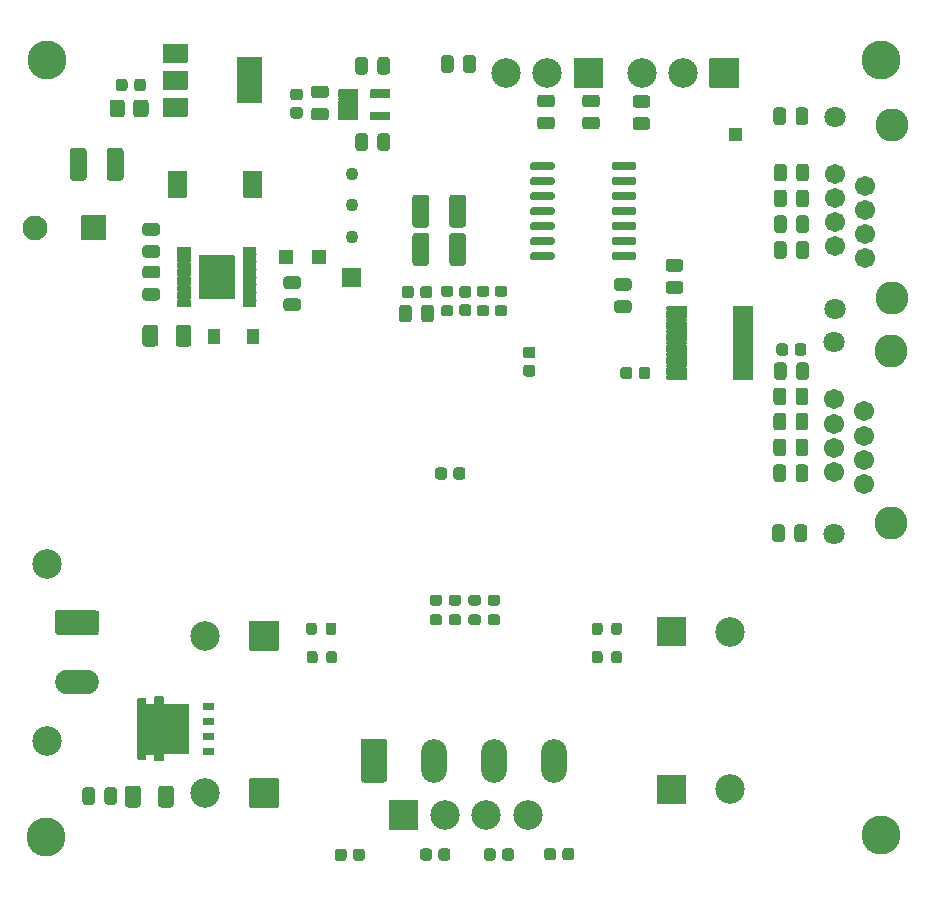
<source format=gbr>
G04 #@! TF.GenerationSoftware,KiCad,Pcbnew,(5.1.8)-1*
G04 #@! TF.CreationDate,2021-01-05T07:53:39+01:00*
G04 #@! TF.ProjectId,TMC51604Axis,544d4335-3136-4303-9441-7869732e6b69,rev?*
G04 #@! TF.SameCoordinates,Original*
G04 #@! TF.FileFunction,Soldermask,Bot*
G04 #@! TF.FilePolarity,Negative*
%FSLAX46Y46*%
G04 Gerber Fmt 4.6, Leading zero omitted, Abs format (unit mm)*
G04 Created by KiCad (PCBNEW (5.1.8)-1) date 2021-01-05 07:53:39*
%MOMM*%
%LPD*%
G01*
G04 APERTURE LIST*
%ADD10C,0.100000*%
%ADD11C,2.502000*%
%ADD12C,2.802000*%
%ADD13C,1.802000*%
%ADD14C,1.702000*%
%ADD15C,1.102000*%
%ADD16O,2.182000X3.702000*%
%ADD17O,3.702000X2.102000*%
%ADD18C,3.302000*%
%ADD19C,2.102000*%
G04 APERTURE END LIST*
G36*
G01*
X77221000Y-123472400D02*
X78071000Y-123472400D01*
G75*
G02*
X78122000Y-123523400I0J-51000D01*
G01*
X78122000Y-123973400D01*
G75*
G02*
X78071000Y-124024400I-51000J0D01*
G01*
X77221000Y-124024400D01*
G75*
G02*
X77170000Y-123973400I0J51000D01*
G01*
X77170000Y-123523400D01*
G75*
G02*
X77221000Y-123472400I51000J0D01*
G01*
G37*
G36*
G01*
X77221000Y-122202400D02*
X78071000Y-122202400D01*
G75*
G02*
X78122000Y-122253400I0J-51000D01*
G01*
X78122000Y-122703400D01*
G75*
G02*
X78071000Y-122754400I-51000J0D01*
G01*
X77221000Y-122754400D01*
G75*
G02*
X77170000Y-122703400I0J51000D01*
G01*
X77170000Y-122253400D01*
G75*
G02*
X77221000Y-122202400I51000J0D01*
G01*
G37*
G36*
G01*
X77221000Y-120932400D02*
X78071000Y-120932400D01*
G75*
G02*
X78122000Y-120983400I0J-51000D01*
G01*
X78122000Y-121433400D01*
G75*
G02*
X78071000Y-121484400I-51000J0D01*
G01*
X77221000Y-121484400D01*
G75*
G02*
X77170000Y-121433400I0J51000D01*
G01*
X77170000Y-120983400D01*
G75*
G02*
X77221000Y-120932400I51000J0D01*
G01*
G37*
G36*
G01*
X77221000Y-119662400D02*
X78071000Y-119662400D01*
G75*
G02*
X78122000Y-119713400I0J-51000D01*
G01*
X78122000Y-120163400D01*
G75*
G02*
X78071000Y-120214400I-51000J0D01*
G01*
X77221000Y-120214400D01*
G75*
G02*
X77170000Y-120163400I0J51000D01*
G01*
X77170000Y-119713400D01*
G75*
G02*
X77221000Y-119662400I51000J0D01*
G01*
G37*
D10*
G36*
X75986754Y-123883400D02*
G01*
X75985793Y-123893155D01*
X75983843Y-123902959D01*
X75980998Y-123912338D01*
X75977172Y-123921576D01*
X75972551Y-123930221D01*
X75966995Y-123938535D01*
X75960777Y-123946111D01*
X75953711Y-123953177D01*
X75946135Y-123959395D01*
X75937821Y-123964951D01*
X75929176Y-123969572D01*
X75919938Y-123973398D01*
X75910559Y-123976243D01*
X75900755Y-123978193D01*
X75891000Y-123979154D01*
X75886000Y-123979400D01*
X73887000Y-123979400D01*
X73887000Y-124478400D01*
X73886754Y-124483400D01*
X73885793Y-124493155D01*
X73883843Y-124502959D01*
X73880998Y-124512338D01*
X73877172Y-124521576D01*
X73872551Y-124530221D01*
X73866995Y-124538535D01*
X73860777Y-124546111D01*
X73853711Y-124553177D01*
X73846135Y-124559395D01*
X73837821Y-124564951D01*
X73829176Y-124569572D01*
X73819938Y-124573398D01*
X73810559Y-124576243D01*
X73800755Y-124578193D01*
X73791000Y-124579154D01*
X73786000Y-124579400D01*
X73116000Y-124579400D01*
X73111000Y-124579154D01*
X73101245Y-124578193D01*
X73091441Y-124576243D01*
X73082062Y-124573398D01*
X73072824Y-124569572D01*
X73064179Y-124564951D01*
X73055865Y-124559395D01*
X73048289Y-124553177D01*
X73041223Y-124546111D01*
X73035005Y-124538535D01*
X73029449Y-124530221D01*
X73024828Y-124521576D01*
X73021002Y-124512338D01*
X73018157Y-124502959D01*
X73016207Y-124493155D01*
X73015246Y-124483400D01*
X73015000Y-124478400D01*
X73015000Y-123999400D01*
X72357000Y-123999400D01*
X72357000Y-124348400D01*
X72356754Y-124353400D01*
X72355793Y-124363155D01*
X72353843Y-124372959D01*
X72350998Y-124382338D01*
X72347172Y-124391576D01*
X72342551Y-124400221D01*
X72336995Y-124408535D01*
X72330777Y-124416111D01*
X72323711Y-124423177D01*
X72316135Y-124429395D01*
X72307821Y-124434951D01*
X72299176Y-124439572D01*
X72289938Y-124443398D01*
X72280559Y-124446243D01*
X72270755Y-124448193D01*
X72261000Y-124449154D01*
X72256000Y-124449400D01*
X71726000Y-124449400D01*
X71721000Y-124449154D01*
X71711245Y-124448193D01*
X71701441Y-124446243D01*
X71692062Y-124443398D01*
X71682824Y-124439572D01*
X71674179Y-124434951D01*
X71665865Y-124429395D01*
X71658289Y-124423177D01*
X71651223Y-124416111D01*
X71645005Y-124408535D01*
X71639449Y-124400221D01*
X71634828Y-124391576D01*
X71631002Y-124382338D01*
X71628157Y-124372959D01*
X71626207Y-124363155D01*
X71625246Y-124353400D01*
X71625000Y-124348400D01*
X71625000Y-119328400D01*
X71625246Y-119323400D01*
X71626207Y-119313645D01*
X71628157Y-119303841D01*
X71631002Y-119294462D01*
X71634828Y-119285224D01*
X71639449Y-119276579D01*
X71645005Y-119268265D01*
X71651223Y-119260689D01*
X71658289Y-119253623D01*
X71665865Y-119247405D01*
X71674179Y-119241849D01*
X71682824Y-119237228D01*
X71692062Y-119233402D01*
X71701441Y-119230557D01*
X71711245Y-119228607D01*
X71721000Y-119227646D01*
X71726000Y-119227400D01*
X72256000Y-119227400D01*
X72261000Y-119227646D01*
X72270755Y-119228607D01*
X72280559Y-119230557D01*
X72289938Y-119233402D01*
X72299176Y-119237228D01*
X72307821Y-119241849D01*
X72316135Y-119247405D01*
X72323711Y-119253623D01*
X72330777Y-119260689D01*
X72336995Y-119268265D01*
X72342551Y-119276579D01*
X72347172Y-119285224D01*
X72350998Y-119294462D01*
X72353843Y-119303841D01*
X72355793Y-119313645D01*
X72356754Y-119323400D01*
X72357000Y-119328400D01*
X72357000Y-119687400D01*
X73055000Y-119687400D01*
X73055000Y-119178400D01*
X73055246Y-119173400D01*
X73056207Y-119163645D01*
X73058157Y-119153841D01*
X73061002Y-119144462D01*
X73064828Y-119135224D01*
X73069449Y-119126579D01*
X73075005Y-119118265D01*
X73081223Y-119110689D01*
X73088289Y-119103623D01*
X73095865Y-119097405D01*
X73104179Y-119091849D01*
X73112824Y-119087228D01*
X73122062Y-119083402D01*
X73131441Y-119080557D01*
X73141245Y-119078607D01*
X73151000Y-119077646D01*
X73156000Y-119077400D01*
X73786000Y-119077400D01*
X73791000Y-119077646D01*
X73800755Y-119078607D01*
X73810559Y-119080557D01*
X73819938Y-119083402D01*
X73829176Y-119087228D01*
X73837821Y-119091849D01*
X73846135Y-119097405D01*
X73853711Y-119103623D01*
X73860777Y-119110689D01*
X73866995Y-119118265D01*
X73872551Y-119126579D01*
X73877172Y-119135224D01*
X73880998Y-119144462D01*
X73883843Y-119153841D01*
X73885793Y-119163645D01*
X73886754Y-119173400D01*
X73887000Y-119178400D01*
X73887000Y-119687400D01*
X75886000Y-119687400D01*
X75891000Y-119687646D01*
X75900755Y-119688607D01*
X75910559Y-119690557D01*
X75919938Y-119693402D01*
X75929176Y-119697228D01*
X75937821Y-119701849D01*
X75946135Y-119707405D01*
X75953711Y-119713623D01*
X75960777Y-119720689D01*
X75966995Y-119728265D01*
X75972551Y-119736579D01*
X75977172Y-119745224D01*
X75980998Y-119754462D01*
X75983843Y-119763841D01*
X75985793Y-119773645D01*
X75986754Y-119783400D01*
X75987000Y-119788400D01*
X75987000Y-123878400D01*
X75986754Y-123883400D01*
G37*
G36*
G01*
X114066000Y-91969500D02*
X114066000Y-91418500D01*
G75*
G02*
X114316500Y-91168000I250500J0D01*
G01*
X114817500Y-91168000D01*
G75*
G02*
X115068000Y-91418500I0J-250500D01*
G01*
X115068000Y-91969500D01*
G75*
G02*
X114817500Y-92220000I-250500J0D01*
G01*
X114316500Y-92220000D01*
G75*
G02*
X114066000Y-91969500I0J250500D01*
G01*
G37*
G36*
G01*
X112516000Y-91969500D02*
X112516000Y-91418500D01*
G75*
G02*
X112766500Y-91168000I250500J0D01*
G01*
X113267500Y-91168000D01*
G75*
G02*
X113518000Y-91418500I0J-250500D01*
G01*
X113518000Y-91969500D01*
G75*
G02*
X113267500Y-92220000I-250500J0D01*
G01*
X112766500Y-92220000D01*
G75*
G02*
X112516000Y-91969500I0J250500D01*
G01*
G37*
D11*
X77346800Y-113944400D03*
G36*
G01*
X83597800Y-112744400D02*
X83597800Y-115144400D01*
G75*
G02*
X83546800Y-115195400I-51000J0D01*
G01*
X81146800Y-115195400D01*
G75*
G02*
X81095800Y-115144400I0J51000D01*
G01*
X81095800Y-112744400D01*
G75*
G02*
X81146800Y-112693400I51000J0D01*
G01*
X83546800Y-112693400D01*
G75*
G02*
X83597800Y-112744400I0J-51000D01*
G01*
G37*
X121840000Y-113588800D03*
G36*
G01*
X115589000Y-114788800D02*
X115589000Y-112388800D01*
G75*
G02*
X115640000Y-112337800I51000J0D01*
G01*
X118040000Y-112337800D01*
G75*
G02*
X118091000Y-112388800I0J-51000D01*
G01*
X118091000Y-114788800D01*
G75*
G02*
X118040000Y-114839800I-51000J0D01*
G01*
X115640000Y-114839800D01*
G75*
G02*
X115589000Y-114788800I0J51000D01*
G01*
G37*
X77346800Y-127254000D03*
G36*
G01*
X83597800Y-126054000D02*
X83597800Y-128454000D01*
G75*
G02*
X83546800Y-128505000I-51000J0D01*
G01*
X81146800Y-128505000D01*
G75*
G02*
X81095800Y-128454000I0J51000D01*
G01*
X81095800Y-126054000D01*
G75*
G02*
X81146800Y-126003000I51000J0D01*
G01*
X83546800Y-126003000D01*
G75*
G02*
X83597800Y-126054000I0J-51000D01*
G01*
G37*
X121840000Y-126949200D03*
G36*
G01*
X115589000Y-128149200D02*
X115589000Y-125749200D01*
G75*
G02*
X115640000Y-125698200I51000J0D01*
G01*
X118040000Y-125698200D01*
G75*
G02*
X118091000Y-125749200I0J-51000D01*
G01*
X118091000Y-128149200D01*
G75*
G02*
X118040000Y-128200200I-51000J0D01*
G01*
X115640000Y-128200200D01*
G75*
G02*
X115589000Y-128149200I0J51000D01*
G01*
G37*
G36*
G01*
X98381500Y-100478500D02*
X98381500Y-99927500D01*
G75*
G02*
X98632000Y-99677000I250500J0D01*
G01*
X99133000Y-99677000D01*
G75*
G02*
X99383500Y-99927500I0J-250500D01*
G01*
X99383500Y-100478500D01*
G75*
G02*
X99133000Y-100729000I-250500J0D01*
G01*
X98632000Y-100729000D01*
G75*
G02*
X98381500Y-100478500I0J250500D01*
G01*
G37*
G36*
G01*
X96831500Y-100478500D02*
X96831500Y-99927500D01*
G75*
G02*
X97082000Y-99677000I250500J0D01*
G01*
X97583000Y-99677000D01*
G75*
G02*
X97833500Y-99927500I0J-250500D01*
G01*
X97833500Y-100478500D01*
G75*
G02*
X97583000Y-100729000I-250500J0D01*
G01*
X97082000Y-100729000D01*
G75*
G02*
X96831500Y-100478500I0J250500D01*
G01*
G37*
D12*
X135432800Y-104420200D03*
X135432800Y-89838200D03*
D13*
X130606800Y-105359200D03*
X130606800Y-89103200D03*
D14*
X133146800Y-101069200D03*
X130606800Y-100049200D03*
X133146800Y-99029200D03*
X130606800Y-98009200D03*
X133146800Y-96989200D03*
X130606800Y-95969200D03*
X133146800Y-94949200D03*
X130606800Y-93929200D03*
D12*
X135483600Y-85319400D03*
X135483600Y-70737400D03*
D13*
X130657600Y-86258400D03*
X130657600Y-70002400D03*
D14*
X133197600Y-81968400D03*
X130657600Y-80948400D03*
X133197600Y-79928400D03*
X130657600Y-78908400D03*
X133197600Y-77888400D03*
X130657600Y-76868400D03*
X133197600Y-75848400D03*
X130657600Y-74828400D03*
D11*
X114310400Y-66294000D03*
X117810400Y-66294000D03*
G36*
G01*
X122561400Y-65094000D02*
X122561400Y-67494000D01*
G75*
G02*
X122510400Y-67545000I-51000J0D01*
G01*
X120110400Y-67545000D01*
G75*
G02*
X120059400Y-67494000I0J51000D01*
G01*
X120059400Y-65094000D01*
G75*
G02*
X120110400Y-65043000I51000J0D01*
G01*
X122510400Y-65043000D01*
G75*
G02*
X122561400Y-65094000I0J-51000D01*
G01*
G37*
G36*
G01*
X126726000Y-89437300D02*
X126726000Y-89988300D01*
G75*
G02*
X126475500Y-90238800I-250500J0D01*
G01*
X125974500Y-90238800D01*
G75*
G02*
X125724000Y-89988300I0J250500D01*
G01*
X125724000Y-89437300D01*
G75*
G02*
X125974500Y-89186800I250500J0D01*
G01*
X126475500Y-89186800D01*
G75*
G02*
X126726000Y-89437300I0J-250500D01*
G01*
G37*
G36*
G01*
X128276000Y-89437300D02*
X128276000Y-89988300D01*
G75*
G02*
X128025500Y-90238800I-250500J0D01*
G01*
X127524500Y-90238800D01*
G75*
G02*
X127274000Y-89988300I0J250500D01*
G01*
X127274000Y-89437300D01*
G75*
G02*
X127524500Y-89186800I250500J0D01*
G01*
X128025500Y-89186800D01*
G75*
G02*
X128276000Y-89437300I0J-250500D01*
G01*
G37*
G36*
G01*
X127348200Y-98474950D02*
X127348200Y-97511450D01*
G75*
G02*
X127617450Y-97242200I269250J0D01*
G01*
X128155950Y-97242200D01*
G75*
G02*
X128425200Y-97511450I0J-269250D01*
G01*
X128425200Y-98474950D01*
G75*
G02*
X128155950Y-98744200I-269250J0D01*
G01*
X127617450Y-98744200D01*
G75*
G02*
X127348200Y-98474950I0J269250D01*
G01*
G37*
G36*
G01*
X125473200Y-98474950D02*
X125473200Y-97511450D01*
G75*
G02*
X125742450Y-97242200I269250J0D01*
G01*
X126280950Y-97242200D01*
G75*
G02*
X126550200Y-97511450I0J-269250D01*
G01*
X126550200Y-98474950D01*
G75*
G02*
X126280950Y-98744200I-269250J0D01*
G01*
X125742450Y-98744200D01*
G75*
G02*
X125473200Y-98474950I0J269250D01*
G01*
G37*
G36*
G01*
X127348200Y-100659350D02*
X127348200Y-99695850D01*
G75*
G02*
X127617450Y-99426600I269250J0D01*
G01*
X128155950Y-99426600D01*
G75*
G02*
X128425200Y-99695850I0J-269250D01*
G01*
X128425200Y-100659350D01*
G75*
G02*
X128155950Y-100928600I-269250J0D01*
G01*
X127617450Y-100928600D01*
G75*
G02*
X127348200Y-100659350I0J269250D01*
G01*
G37*
G36*
G01*
X125473200Y-100659350D02*
X125473200Y-99695850D01*
G75*
G02*
X125742450Y-99426600I269250J0D01*
G01*
X126280950Y-99426600D01*
G75*
G02*
X126550200Y-99695850I0J-269250D01*
G01*
X126550200Y-100659350D01*
G75*
G02*
X126280950Y-100928600I-269250J0D01*
G01*
X125742450Y-100928600D01*
G75*
G02*
X125473200Y-100659350I0J269250D01*
G01*
G37*
G36*
G01*
X127399000Y-79577350D02*
X127399000Y-78613850D01*
G75*
G02*
X127668250Y-78344600I269250J0D01*
G01*
X128206750Y-78344600D01*
G75*
G02*
X128476000Y-78613850I0J-269250D01*
G01*
X128476000Y-79577350D01*
G75*
G02*
X128206750Y-79846600I-269250J0D01*
G01*
X127668250Y-79846600D01*
G75*
G02*
X127399000Y-79577350I0J269250D01*
G01*
G37*
G36*
G01*
X125524000Y-79577350D02*
X125524000Y-78613850D01*
G75*
G02*
X125793250Y-78344600I269250J0D01*
G01*
X126331750Y-78344600D01*
G75*
G02*
X126601000Y-78613850I0J-269250D01*
G01*
X126601000Y-79577350D01*
G75*
G02*
X126331750Y-79846600I-269250J0D01*
G01*
X125793250Y-79846600D01*
G75*
G02*
X125524000Y-79577350I0J269250D01*
G01*
G37*
G36*
G01*
X127399000Y-77392950D02*
X127399000Y-76429450D01*
G75*
G02*
X127668250Y-76160200I269250J0D01*
G01*
X128206750Y-76160200D01*
G75*
G02*
X128476000Y-76429450I0J-269250D01*
G01*
X128476000Y-77392950D01*
G75*
G02*
X128206750Y-77662200I-269250J0D01*
G01*
X127668250Y-77662200D01*
G75*
G02*
X127399000Y-77392950I0J269250D01*
G01*
G37*
G36*
G01*
X125524000Y-77392950D02*
X125524000Y-76429450D01*
G75*
G02*
X125793250Y-76160200I269250J0D01*
G01*
X126331750Y-76160200D01*
G75*
G02*
X126601000Y-76429450I0J-269250D01*
G01*
X126601000Y-77392950D01*
G75*
G02*
X126331750Y-77662200I-269250J0D01*
G01*
X125793250Y-77662200D01*
G75*
G02*
X125524000Y-77392950I0J269250D01*
G01*
G37*
G36*
G01*
X127348200Y-94156950D02*
X127348200Y-93193450D01*
G75*
G02*
X127617450Y-92924200I269250J0D01*
G01*
X128155950Y-92924200D01*
G75*
G02*
X128425200Y-93193450I0J-269250D01*
G01*
X128425200Y-94156950D01*
G75*
G02*
X128155950Y-94426200I-269250J0D01*
G01*
X127617450Y-94426200D01*
G75*
G02*
X127348200Y-94156950I0J269250D01*
G01*
G37*
G36*
G01*
X125473200Y-94156950D02*
X125473200Y-93193450D01*
G75*
G02*
X125742450Y-92924200I269250J0D01*
G01*
X126280950Y-92924200D01*
G75*
G02*
X126550200Y-93193450I0J-269250D01*
G01*
X126550200Y-94156950D01*
G75*
G02*
X126280950Y-94426200I-269250J0D01*
G01*
X125742450Y-94426200D01*
G75*
G02*
X125473200Y-94156950I0J269250D01*
G01*
G37*
G36*
G01*
X127399000Y-75208550D02*
X127399000Y-74245050D01*
G75*
G02*
X127668250Y-73975800I269250J0D01*
G01*
X128206750Y-73975800D01*
G75*
G02*
X128476000Y-74245050I0J-269250D01*
G01*
X128476000Y-75208550D01*
G75*
G02*
X128206750Y-75477800I-269250J0D01*
G01*
X127668250Y-75477800D01*
G75*
G02*
X127399000Y-75208550I0J269250D01*
G01*
G37*
G36*
G01*
X125524000Y-75208550D02*
X125524000Y-74245050D01*
G75*
G02*
X125793250Y-73975800I269250J0D01*
G01*
X126331750Y-73975800D01*
G75*
G02*
X126601000Y-74245050I0J-269250D01*
G01*
X126601000Y-75208550D01*
G75*
G02*
X126331750Y-75477800I-269250J0D01*
G01*
X125793250Y-75477800D01*
G75*
G02*
X125524000Y-75208550I0J269250D01*
G01*
G37*
G36*
G01*
X127399000Y-81761750D02*
X127399000Y-80798250D01*
G75*
G02*
X127668250Y-80529000I269250J0D01*
G01*
X128206750Y-80529000D01*
G75*
G02*
X128476000Y-80798250I0J-269250D01*
G01*
X128476000Y-81761750D01*
G75*
G02*
X128206750Y-82031000I-269250J0D01*
G01*
X127668250Y-82031000D01*
G75*
G02*
X127399000Y-81761750I0J269250D01*
G01*
G37*
G36*
G01*
X125524000Y-81761750D02*
X125524000Y-80798250D01*
G75*
G02*
X125793250Y-80529000I269250J0D01*
G01*
X126331750Y-80529000D01*
G75*
G02*
X126601000Y-80798250I0J-269250D01*
G01*
X126601000Y-81761750D01*
G75*
G02*
X126331750Y-82031000I-269250J0D01*
G01*
X125793250Y-82031000D01*
G75*
G02*
X125524000Y-81761750I0J269250D01*
G01*
G37*
G36*
G01*
X127399000Y-92023350D02*
X127399000Y-91059850D01*
G75*
G02*
X127668250Y-90790600I269250J0D01*
G01*
X128206750Y-90790600D01*
G75*
G02*
X128476000Y-91059850I0J-269250D01*
G01*
X128476000Y-92023350D01*
G75*
G02*
X128206750Y-92292600I-269250J0D01*
G01*
X127668250Y-92292600D01*
G75*
G02*
X127399000Y-92023350I0J269250D01*
G01*
G37*
G36*
G01*
X125524000Y-92023350D02*
X125524000Y-91059850D01*
G75*
G02*
X125793250Y-90790600I269250J0D01*
G01*
X126331750Y-90790600D01*
G75*
G02*
X126601000Y-91059850I0J-269250D01*
G01*
X126601000Y-92023350D01*
G75*
G02*
X126331750Y-92292600I-269250J0D01*
G01*
X125793250Y-92292600D01*
G75*
G02*
X125524000Y-92023350I0J269250D01*
G01*
G37*
G36*
G01*
X127348200Y-96290550D02*
X127348200Y-95327050D01*
G75*
G02*
X127617450Y-95057800I269250J0D01*
G01*
X128155950Y-95057800D01*
G75*
G02*
X128425200Y-95327050I0J-269250D01*
G01*
X128425200Y-96290550D01*
G75*
G02*
X128155950Y-96559800I-269250J0D01*
G01*
X127617450Y-96559800D01*
G75*
G02*
X127348200Y-96290550I0J269250D01*
G01*
G37*
G36*
G01*
X125473200Y-96290550D02*
X125473200Y-95327050D01*
G75*
G02*
X125742450Y-95057800I269250J0D01*
G01*
X126280950Y-95057800D01*
G75*
G02*
X126550200Y-95327050I0J-269250D01*
G01*
X126550200Y-96290550D01*
G75*
G02*
X126280950Y-96559800I-269250J0D01*
G01*
X125742450Y-96559800D01*
G75*
G02*
X125473200Y-96290550I0J269250D01*
G01*
G37*
G36*
G01*
X111080600Y-65094000D02*
X111080600Y-67494000D01*
G75*
G02*
X111029600Y-67545000I-51000J0D01*
G01*
X108629600Y-67545000D01*
G75*
G02*
X108578600Y-67494000I0J51000D01*
G01*
X108578600Y-65094000D01*
G75*
G02*
X108629600Y-65043000I51000J0D01*
G01*
X111029600Y-65043000D01*
G75*
G02*
X111080600Y-65094000I0J-51000D01*
G01*
G37*
X106329600Y-66294000D03*
X102829600Y-66294000D03*
G36*
G01*
X118091200Y-92299000D02*
X116491200Y-92299000D01*
G75*
G02*
X116421200Y-92229000I0J70000D01*
G01*
X116421200Y-91929000D01*
G75*
G02*
X116491200Y-91859000I70000J0D01*
G01*
X118091200Y-91859000D01*
G75*
G02*
X118161200Y-91929000I0J-70000D01*
G01*
X118161200Y-92229000D01*
G75*
G02*
X118091200Y-92299000I-70000J0D01*
G01*
G37*
G36*
G01*
X118091200Y-91649000D02*
X116491200Y-91649000D01*
G75*
G02*
X116421200Y-91579000I0J70000D01*
G01*
X116421200Y-91279000D01*
G75*
G02*
X116491200Y-91209000I70000J0D01*
G01*
X118091200Y-91209000D01*
G75*
G02*
X118161200Y-91279000I0J-70000D01*
G01*
X118161200Y-91579000D01*
G75*
G02*
X118091200Y-91649000I-70000J0D01*
G01*
G37*
G36*
G01*
X118091200Y-90999000D02*
X116491200Y-90999000D01*
G75*
G02*
X116421200Y-90929000I0J70000D01*
G01*
X116421200Y-90629000D01*
G75*
G02*
X116491200Y-90559000I70000J0D01*
G01*
X118091200Y-90559000D01*
G75*
G02*
X118161200Y-90629000I0J-70000D01*
G01*
X118161200Y-90929000D01*
G75*
G02*
X118091200Y-90999000I-70000J0D01*
G01*
G37*
G36*
G01*
X118091200Y-90349000D02*
X116491200Y-90349000D01*
G75*
G02*
X116421200Y-90279000I0J70000D01*
G01*
X116421200Y-89979000D01*
G75*
G02*
X116491200Y-89909000I70000J0D01*
G01*
X118091200Y-89909000D01*
G75*
G02*
X118161200Y-89979000I0J-70000D01*
G01*
X118161200Y-90279000D01*
G75*
G02*
X118091200Y-90349000I-70000J0D01*
G01*
G37*
G36*
G01*
X118091200Y-89699000D02*
X116491200Y-89699000D01*
G75*
G02*
X116421200Y-89629000I0J70000D01*
G01*
X116421200Y-89329000D01*
G75*
G02*
X116491200Y-89259000I70000J0D01*
G01*
X118091200Y-89259000D01*
G75*
G02*
X118161200Y-89329000I0J-70000D01*
G01*
X118161200Y-89629000D01*
G75*
G02*
X118091200Y-89699000I-70000J0D01*
G01*
G37*
G36*
G01*
X118091200Y-89049000D02*
X116491200Y-89049000D01*
G75*
G02*
X116421200Y-88979000I0J70000D01*
G01*
X116421200Y-88679000D01*
G75*
G02*
X116491200Y-88609000I70000J0D01*
G01*
X118091200Y-88609000D01*
G75*
G02*
X118161200Y-88679000I0J-70000D01*
G01*
X118161200Y-88979000D01*
G75*
G02*
X118091200Y-89049000I-70000J0D01*
G01*
G37*
G36*
G01*
X118091200Y-88399000D02*
X116491200Y-88399000D01*
G75*
G02*
X116421200Y-88329000I0J70000D01*
G01*
X116421200Y-88029000D01*
G75*
G02*
X116491200Y-87959000I70000J0D01*
G01*
X118091200Y-87959000D01*
G75*
G02*
X118161200Y-88029000I0J-70000D01*
G01*
X118161200Y-88329000D01*
G75*
G02*
X118091200Y-88399000I-70000J0D01*
G01*
G37*
G36*
G01*
X118091200Y-87749000D02*
X116491200Y-87749000D01*
G75*
G02*
X116421200Y-87679000I0J70000D01*
G01*
X116421200Y-87379000D01*
G75*
G02*
X116491200Y-87309000I70000J0D01*
G01*
X118091200Y-87309000D01*
G75*
G02*
X118161200Y-87379000I0J-70000D01*
G01*
X118161200Y-87679000D01*
G75*
G02*
X118091200Y-87749000I-70000J0D01*
G01*
G37*
G36*
G01*
X118091200Y-87099000D02*
X116491200Y-87099000D01*
G75*
G02*
X116421200Y-87029000I0J70000D01*
G01*
X116421200Y-86729000D01*
G75*
G02*
X116491200Y-86659000I70000J0D01*
G01*
X118091200Y-86659000D01*
G75*
G02*
X118161200Y-86729000I0J-70000D01*
G01*
X118161200Y-87029000D01*
G75*
G02*
X118091200Y-87099000I-70000J0D01*
G01*
G37*
G36*
G01*
X118091200Y-86449000D02*
X116491200Y-86449000D01*
G75*
G02*
X116421200Y-86379000I0J70000D01*
G01*
X116421200Y-86079000D01*
G75*
G02*
X116491200Y-86009000I70000J0D01*
G01*
X118091200Y-86009000D01*
G75*
G02*
X118161200Y-86079000I0J-70000D01*
G01*
X118161200Y-86379000D01*
G75*
G02*
X118091200Y-86449000I-70000J0D01*
G01*
G37*
G36*
G01*
X123691200Y-86449000D02*
X122091200Y-86449000D01*
G75*
G02*
X122021200Y-86379000I0J70000D01*
G01*
X122021200Y-86079000D01*
G75*
G02*
X122091200Y-86009000I70000J0D01*
G01*
X123691200Y-86009000D01*
G75*
G02*
X123761200Y-86079000I0J-70000D01*
G01*
X123761200Y-86379000D01*
G75*
G02*
X123691200Y-86449000I-70000J0D01*
G01*
G37*
G36*
G01*
X123691200Y-87099000D02*
X122091200Y-87099000D01*
G75*
G02*
X122021200Y-87029000I0J70000D01*
G01*
X122021200Y-86729000D01*
G75*
G02*
X122091200Y-86659000I70000J0D01*
G01*
X123691200Y-86659000D01*
G75*
G02*
X123761200Y-86729000I0J-70000D01*
G01*
X123761200Y-87029000D01*
G75*
G02*
X123691200Y-87099000I-70000J0D01*
G01*
G37*
G36*
G01*
X123691200Y-87749000D02*
X122091200Y-87749000D01*
G75*
G02*
X122021200Y-87679000I0J70000D01*
G01*
X122021200Y-87379000D01*
G75*
G02*
X122091200Y-87309000I70000J0D01*
G01*
X123691200Y-87309000D01*
G75*
G02*
X123761200Y-87379000I0J-70000D01*
G01*
X123761200Y-87679000D01*
G75*
G02*
X123691200Y-87749000I-70000J0D01*
G01*
G37*
G36*
G01*
X123691200Y-88399000D02*
X122091200Y-88399000D01*
G75*
G02*
X122021200Y-88329000I0J70000D01*
G01*
X122021200Y-88029000D01*
G75*
G02*
X122091200Y-87959000I70000J0D01*
G01*
X123691200Y-87959000D01*
G75*
G02*
X123761200Y-88029000I0J-70000D01*
G01*
X123761200Y-88329000D01*
G75*
G02*
X123691200Y-88399000I-70000J0D01*
G01*
G37*
G36*
G01*
X123691200Y-89049000D02*
X122091200Y-89049000D01*
G75*
G02*
X122021200Y-88979000I0J70000D01*
G01*
X122021200Y-88679000D01*
G75*
G02*
X122091200Y-88609000I70000J0D01*
G01*
X123691200Y-88609000D01*
G75*
G02*
X123761200Y-88679000I0J-70000D01*
G01*
X123761200Y-88979000D01*
G75*
G02*
X123691200Y-89049000I-70000J0D01*
G01*
G37*
G36*
G01*
X123691200Y-89699000D02*
X122091200Y-89699000D01*
G75*
G02*
X122021200Y-89629000I0J70000D01*
G01*
X122021200Y-89329000D01*
G75*
G02*
X122091200Y-89259000I70000J0D01*
G01*
X123691200Y-89259000D01*
G75*
G02*
X123761200Y-89329000I0J-70000D01*
G01*
X123761200Y-89629000D01*
G75*
G02*
X123691200Y-89699000I-70000J0D01*
G01*
G37*
G36*
G01*
X123691200Y-90349000D02*
X122091200Y-90349000D01*
G75*
G02*
X122021200Y-90279000I0J70000D01*
G01*
X122021200Y-89979000D01*
G75*
G02*
X122091200Y-89909000I70000J0D01*
G01*
X123691200Y-89909000D01*
G75*
G02*
X123761200Y-89979000I0J-70000D01*
G01*
X123761200Y-90279000D01*
G75*
G02*
X123691200Y-90349000I-70000J0D01*
G01*
G37*
G36*
G01*
X123691200Y-90999000D02*
X122091200Y-90999000D01*
G75*
G02*
X122021200Y-90929000I0J70000D01*
G01*
X122021200Y-90629000D01*
G75*
G02*
X122091200Y-90559000I70000J0D01*
G01*
X123691200Y-90559000D01*
G75*
G02*
X123761200Y-90629000I0J-70000D01*
G01*
X123761200Y-90929000D01*
G75*
G02*
X123691200Y-90999000I-70000J0D01*
G01*
G37*
G36*
G01*
X123691200Y-91649000D02*
X122091200Y-91649000D01*
G75*
G02*
X122021200Y-91579000I0J70000D01*
G01*
X122021200Y-91279000D01*
G75*
G02*
X122091200Y-91209000I70000J0D01*
G01*
X123691200Y-91209000D01*
G75*
G02*
X123761200Y-91279000I0J-70000D01*
G01*
X123761200Y-91579000D01*
G75*
G02*
X123691200Y-91649000I-70000J0D01*
G01*
G37*
G36*
G01*
X123691200Y-92299000D02*
X122091200Y-92299000D01*
G75*
G02*
X122021200Y-92229000I0J70000D01*
G01*
X122021200Y-91929000D01*
G75*
G02*
X122091200Y-91859000I70000J0D01*
G01*
X123691200Y-91859000D01*
G75*
G02*
X123761200Y-91929000I0J-70000D01*
G01*
X123761200Y-92229000D01*
G75*
G02*
X123691200Y-92299000I-70000J0D01*
G01*
G37*
G36*
G01*
X117575750Y-83116200D02*
X116612250Y-83116200D01*
G75*
G02*
X116343000Y-82846950I0J269250D01*
G01*
X116343000Y-82308450D01*
G75*
G02*
X116612250Y-82039200I269250J0D01*
G01*
X117575750Y-82039200D01*
G75*
G02*
X117845000Y-82308450I0J-269250D01*
G01*
X117845000Y-82846950D01*
G75*
G02*
X117575750Y-83116200I-269250J0D01*
G01*
G37*
G36*
G01*
X117575750Y-84991200D02*
X116612250Y-84991200D01*
G75*
G02*
X116343000Y-84721950I0J269250D01*
G01*
X116343000Y-84183450D01*
G75*
G02*
X116612250Y-83914200I269250J0D01*
G01*
X117575750Y-83914200D01*
G75*
G02*
X117845000Y-84183450I0J-269250D01*
G01*
X117845000Y-84721950D01*
G75*
G02*
X117575750Y-84991200I-269250J0D01*
G01*
G37*
D15*
X89763600Y-74828400D03*
X89763600Y-77499533D03*
X89763600Y-80170666D03*
G36*
G01*
X86875000Y-115460000D02*
X86875000Y-116061000D01*
G75*
G02*
X86649500Y-116286500I-225500J0D01*
G01*
X86198500Y-116286500D01*
G75*
G02*
X85973000Y-116061000I0J225500D01*
G01*
X85973000Y-115460000D01*
G75*
G02*
X86198500Y-115234500I225500J0D01*
G01*
X86649500Y-115234500D01*
G75*
G02*
X86875000Y-115460000I0J-225500D01*
G01*
G37*
G36*
G01*
X88525000Y-115460000D02*
X88525000Y-116061000D01*
G75*
G02*
X88299500Y-116286500I-225500J0D01*
G01*
X87848500Y-116286500D01*
G75*
G02*
X87623000Y-116061000I0J225500D01*
G01*
X87623000Y-115460000D01*
G75*
G02*
X87848500Y-115234500I225500J0D01*
G01*
X88299500Y-115234500D01*
G75*
G02*
X88525000Y-115460000I0J-225500D01*
G01*
G37*
D16*
X106870500Y-124523500D03*
X101790500Y-124523500D03*
X96710500Y-124523500D03*
G36*
G01*
X90539500Y-126112244D02*
X90539500Y-122934756D01*
G75*
G02*
X90801756Y-122672500I262256J0D01*
G01*
X92459244Y-122672500D01*
G75*
G02*
X92721500Y-122934756I0J-262256D01*
G01*
X92721500Y-126112244D01*
G75*
G02*
X92459244Y-126374500I-262256J0D01*
G01*
X90801756Y-126374500D01*
G75*
G02*
X90539500Y-126112244I0J262256D01*
G01*
G37*
G36*
G01*
X98200700Y-112134000D02*
X98801700Y-112134000D01*
G75*
G02*
X99027200Y-112359500I0J-225500D01*
G01*
X99027200Y-112810500D01*
G75*
G02*
X98801700Y-113036000I-225500J0D01*
G01*
X98200700Y-113036000D01*
G75*
G02*
X97975200Y-112810500I0J225500D01*
G01*
X97975200Y-112359500D01*
G75*
G02*
X98200700Y-112134000I225500J0D01*
G01*
G37*
G36*
G01*
X98200700Y-110484000D02*
X98801700Y-110484000D01*
G75*
G02*
X99027200Y-110709500I0J-225500D01*
G01*
X99027200Y-111160500D01*
G75*
G02*
X98801700Y-111386000I-225500J0D01*
G01*
X98200700Y-111386000D01*
G75*
G02*
X97975200Y-111160500I0J225500D01*
G01*
X97975200Y-110709500D01*
G75*
G02*
X98200700Y-110484000I225500J0D01*
G01*
G37*
G36*
G01*
X111796400Y-81963500D02*
X111796400Y-81612500D01*
G75*
G02*
X111971900Y-81437000I175500J0D01*
G01*
X113697900Y-81437000D01*
G75*
G02*
X113873400Y-81612500I0J-175500D01*
G01*
X113873400Y-81963500D01*
G75*
G02*
X113697900Y-82139000I-175500J0D01*
G01*
X111971900Y-82139000D01*
G75*
G02*
X111796400Y-81963500I0J175500D01*
G01*
G37*
G36*
G01*
X111796400Y-80693500D02*
X111796400Y-80342500D01*
G75*
G02*
X111971900Y-80167000I175500J0D01*
G01*
X113697900Y-80167000D01*
G75*
G02*
X113873400Y-80342500I0J-175500D01*
G01*
X113873400Y-80693500D01*
G75*
G02*
X113697900Y-80869000I-175500J0D01*
G01*
X111971900Y-80869000D01*
G75*
G02*
X111796400Y-80693500I0J175500D01*
G01*
G37*
G36*
G01*
X111796400Y-79423500D02*
X111796400Y-79072500D01*
G75*
G02*
X111971900Y-78897000I175500J0D01*
G01*
X113697900Y-78897000D01*
G75*
G02*
X113873400Y-79072500I0J-175500D01*
G01*
X113873400Y-79423500D01*
G75*
G02*
X113697900Y-79599000I-175500J0D01*
G01*
X111971900Y-79599000D01*
G75*
G02*
X111796400Y-79423500I0J175500D01*
G01*
G37*
G36*
G01*
X111796400Y-78153500D02*
X111796400Y-77802500D01*
G75*
G02*
X111971900Y-77627000I175500J0D01*
G01*
X113697900Y-77627000D01*
G75*
G02*
X113873400Y-77802500I0J-175500D01*
G01*
X113873400Y-78153500D01*
G75*
G02*
X113697900Y-78329000I-175500J0D01*
G01*
X111971900Y-78329000D01*
G75*
G02*
X111796400Y-78153500I0J175500D01*
G01*
G37*
G36*
G01*
X111796400Y-76883500D02*
X111796400Y-76532500D01*
G75*
G02*
X111971900Y-76357000I175500J0D01*
G01*
X113697900Y-76357000D01*
G75*
G02*
X113873400Y-76532500I0J-175500D01*
G01*
X113873400Y-76883500D01*
G75*
G02*
X113697900Y-77059000I-175500J0D01*
G01*
X111971900Y-77059000D01*
G75*
G02*
X111796400Y-76883500I0J175500D01*
G01*
G37*
G36*
G01*
X111796400Y-75613500D02*
X111796400Y-75262500D01*
G75*
G02*
X111971900Y-75087000I175500J0D01*
G01*
X113697900Y-75087000D01*
G75*
G02*
X113873400Y-75262500I0J-175500D01*
G01*
X113873400Y-75613500D01*
G75*
G02*
X113697900Y-75789000I-175500J0D01*
G01*
X111971900Y-75789000D01*
G75*
G02*
X111796400Y-75613500I0J175500D01*
G01*
G37*
G36*
G01*
X111796400Y-74343500D02*
X111796400Y-73992500D01*
G75*
G02*
X111971900Y-73817000I175500J0D01*
G01*
X113697900Y-73817000D01*
G75*
G02*
X113873400Y-73992500I0J-175500D01*
G01*
X113873400Y-74343500D01*
G75*
G02*
X113697900Y-74519000I-175500J0D01*
G01*
X111971900Y-74519000D01*
G75*
G02*
X111796400Y-74343500I0J175500D01*
G01*
G37*
G36*
G01*
X104871400Y-74343500D02*
X104871400Y-73992500D01*
G75*
G02*
X105046900Y-73817000I175500J0D01*
G01*
X106772900Y-73817000D01*
G75*
G02*
X106948400Y-73992500I0J-175500D01*
G01*
X106948400Y-74343500D01*
G75*
G02*
X106772900Y-74519000I-175500J0D01*
G01*
X105046900Y-74519000D01*
G75*
G02*
X104871400Y-74343500I0J175500D01*
G01*
G37*
G36*
G01*
X104871400Y-75613500D02*
X104871400Y-75262500D01*
G75*
G02*
X105046900Y-75087000I175500J0D01*
G01*
X106772900Y-75087000D01*
G75*
G02*
X106948400Y-75262500I0J-175500D01*
G01*
X106948400Y-75613500D01*
G75*
G02*
X106772900Y-75789000I-175500J0D01*
G01*
X105046900Y-75789000D01*
G75*
G02*
X104871400Y-75613500I0J175500D01*
G01*
G37*
G36*
G01*
X104871400Y-76883500D02*
X104871400Y-76532500D01*
G75*
G02*
X105046900Y-76357000I175500J0D01*
G01*
X106772900Y-76357000D01*
G75*
G02*
X106948400Y-76532500I0J-175500D01*
G01*
X106948400Y-76883500D01*
G75*
G02*
X106772900Y-77059000I-175500J0D01*
G01*
X105046900Y-77059000D01*
G75*
G02*
X104871400Y-76883500I0J175500D01*
G01*
G37*
G36*
G01*
X104871400Y-78153500D02*
X104871400Y-77802500D01*
G75*
G02*
X105046900Y-77627000I175500J0D01*
G01*
X106772900Y-77627000D01*
G75*
G02*
X106948400Y-77802500I0J-175500D01*
G01*
X106948400Y-78153500D01*
G75*
G02*
X106772900Y-78329000I-175500J0D01*
G01*
X105046900Y-78329000D01*
G75*
G02*
X104871400Y-78153500I0J175500D01*
G01*
G37*
G36*
G01*
X104871400Y-79423500D02*
X104871400Y-79072500D01*
G75*
G02*
X105046900Y-78897000I175500J0D01*
G01*
X106772900Y-78897000D01*
G75*
G02*
X106948400Y-79072500I0J-175500D01*
G01*
X106948400Y-79423500D01*
G75*
G02*
X106772900Y-79599000I-175500J0D01*
G01*
X105046900Y-79599000D01*
G75*
G02*
X104871400Y-79423500I0J175500D01*
G01*
G37*
G36*
G01*
X104871400Y-80693500D02*
X104871400Y-80342500D01*
G75*
G02*
X105046900Y-80167000I175500J0D01*
G01*
X106772900Y-80167000D01*
G75*
G02*
X106948400Y-80342500I0J-175500D01*
G01*
X106948400Y-80693500D01*
G75*
G02*
X106772900Y-80869000I-175500J0D01*
G01*
X105046900Y-80869000D01*
G75*
G02*
X104871400Y-80693500I0J175500D01*
G01*
G37*
G36*
G01*
X104871400Y-81963500D02*
X104871400Y-81612500D01*
G75*
G02*
X105046900Y-81437000I175500J0D01*
G01*
X106772900Y-81437000D01*
G75*
G02*
X106948400Y-81612500I0J-175500D01*
G01*
X106948400Y-81963500D01*
G75*
G02*
X106772900Y-82139000I-175500J0D01*
G01*
X105046900Y-82139000D01*
G75*
G02*
X104871400Y-81963500I0J175500D01*
G01*
G37*
G36*
G01*
X80077000Y-68803600D02*
X80077000Y-65003600D01*
G75*
G02*
X80128000Y-64952600I51000J0D01*
G01*
X82128000Y-64952600D01*
G75*
G02*
X82179000Y-65003600I0J-51000D01*
G01*
X82179000Y-68803600D01*
G75*
G02*
X82128000Y-68854600I-51000J0D01*
G01*
X80128000Y-68854600D01*
G75*
G02*
X80077000Y-68803600I0J51000D01*
G01*
G37*
G36*
G01*
X73777000Y-67653600D02*
X73777000Y-66153600D01*
G75*
G02*
X73828000Y-66102600I51000J0D01*
G01*
X75828000Y-66102600D01*
G75*
G02*
X75879000Y-66153600I0J-51000D01*
G01*
X75879000Y-67653600D01*
G75*
G02*
X75828000Y-67704600I-51000J0D01*
G01*
X73828000Y-67704600D01*
G75*
G02*
X73777000Y-67653600I0J51000D01*
G01*
G37*
G36*
G01*
X73777000Y-65353600D02*
X73777000Y-63853600D01*
G75*
G02*
X73828000Y-63802600I51000J0D01*
G01*
X75828000Y-63802600D01*
G75*
G02*
X75879000Y-63853600I0J-51000D01*
G01*
X75879000Y-65353600D01*
G75*
G02*
X75828000Y-65404600I-51000J0D01*
G01*
X73828000Y-65404600D01*
G75*
G02*
X73777000Y-65353600I0J51000D01*
G01*
G37*
G36*
G01*
X73777000Y-69953600D02*
X73777000Y-68453600D01*
G75*
G02*
X73828000Y-68402600I51000J0D01*
G01*
X75828000Y-68402600D01*
G75*
G02*
X75879000Y-68453600I0J-51000D01*
G01*
X75879000Y-69953600D01*
G75*
G02*
X75828000Y-70004600I-51000J0D01*
G01*
X73828000Y-70004600D01*
G75*
G02*
X73777000Y-69953600I0J51000D01*
G01*
G37*
G36*
G01*
X88649400Y-70261401D02*
X88649400Y-69611399D01*
G75*
G02*
X88700399Y-69560400I50999J0D01*
G01*
X90260401Y-69560400D01*
G75*
G02*
X90311400Y-69611399I0J-50999D01*
G01*
X90311400Y-70261401D01*
G75*
G02*
X90260401Y-70312400I-50999J0D01*
G01*
X88700399Y-70312400D01*
G75*
G02*
X88649400Y-70261401I0J50999D01*
G01*
G37*
G36*
G01*
X88649400Y-69311401D02*
X88649400Y-68661399D01*
G75*
G02*
X88700399Y-68610400I50999J0D01*
G01*
X90260401Y-68610400D01*
G75*
G02*
X90311400Y-68661399I0J-50999D01*
G01*
X90311400Y-69311401D01*
G75*
G02*
X90260401Y-69362400I-50999J0D01*
G01*
X88700399Y-69362400D01*
G75*
G02*
X88649400Y-69311401I0J50999D01*
G01*
G37*
G36*
G01*
X88649400Y-68361401D02*
X88649400Y-67711399D01*
G75*
G02*
X88700399Y-67660400I50999J0D01*
G01*
X90260401Y-67660400D01*
G75*
G02*
X90311400Y-67711399I0J-50999D01*
G01*
X90311400Y-68361401D01*
G75*
G02*
X90260401Y-68412400I-50999J0D01*
G01*
X88700399Y-68412400D01*
G75*
G02*
X88649400Y-68361401I0J50999D01*
G01*
G37*
G36*
G01*
X91349400Y-68361401D02*
X91349400Y-67711399D01*
G75*
G02*
X91400399Y-67660400I50999J0D01*
G01*
X92960401Y-67660400D01*
G75*
G02*
X93011400Y-67711399I0J-50999D01*
G01*
X93011400Y-68361401D01*
G75*
G02*
X92960401Y-68412400I-50999J0D01*
G01*
X91400399Y-68412400D01*
G75*
G02*
X91349400Y-68361401I0J50999D01*
G01*
G37*
G36*
G01*
X91349400Y-70261401D02*
X91349400Y-69611399D01*
G75*
G02*
X91400399Y-69560400I50999J0D01*
G01*
X92960401Y-69560400D01*
G75*
G02*
X93011400Y-69611399I0J-50999D01*
G01*
X93011400Y-70261401D01*
G75*
G02*
X92960401Y-70312400I-50999J0D01*
G01*
X91400399Y-70312400D01*
G75*
G02*
X91349400Y-70261401I0J50999D01*
G01*
G37*
G36*
G01*
X90513600Y-84417800D02*
X89013600Y-84417800D01*
G75*
G02*
X88962600Y-84366800I0J51000D01*
G01*
X88962600Y-82866800D01*
G75*
G02*
X89013600Y-82815800I51000J0D01*
G01*
X90513600Y-82815800D01*
G75*
G02*
X90564600Y-82866800I0J-51000D01*
G01*
X90564600Y-84366800D01*
G75*
G02*
X90513600Y-84417800I-51000J0D01*
G01*
G37*
G36*
G01*
X121724600Y-71975600D02*
X121724600Y-70975600D01*
G75*
G02*
X121775600Y-70924600I51000J0D01*
G01*
X122775600Y-70924600D01*
G75*
G02*
X122826600Y-70975600I0J-51000D01*
G01*
X122826600Y-71975600D01*
G75*
G02*
X122775600Y-72026600I-51000J0D01*
G01*
X121775600Y-72026600D01*
G75*
G02*
X121724600Y-71975600I0J51000D01*
G01*
G37*
G36*
G01*
X102112300Y-85972000D02*
X102713300Y-85972000D01*
G75*
G02*
X102938800Y-86197500I0J-225500D01*
G01*
X102938800Y-86648500D01*
G75*
G02*
X102713300Y-86874000I-225500J0D01*
G01*
X102112300Y-86874000D01*
G75*
G02*
X101886800Y-86648500I0J225500D01*
G01*
X101886800Y-86197500D01*
G75*
G02*
X102112300Y-85972000I225500J0D01*
G01*
G37*
G36*
G01*
X102112300Y-84322000D02*
X102713300Y-84322000D01*
G75*
G02*
X102938800Y-84547500I0J-225500D01*
G01*
X102938800Y-84998500D01*
G75*
G02*
X102713300Y-85224000I-225500J0D01*
G01*
X102112300Y-85224000D01*
G75*
G02*
X101886800Y-84998500I0J225500D01*
G01*
X101886800Y-84547500D01*
G75*
G02*
X102112300Y-84322000I225500J0D01*
G01*
G37*
G36*
G01*
X100588300Y-84322000D02*
X101189300Y-84322000D01*
G75*
G02*
X101414800Y-84547500I0J-225500D01*
G01*
X101414800Y-84998500D01*
G75*
G02*
X101189300Y-85224000I-225500J0D01*
G01*
X100588300Y-85224000D01*
G75*
G02*
X100362800Y-84998500I0J225500D01*
G01*
X100362800Y-84547500D01*
G75*
G02*
X100588300Y-84322000I225500J0D01*
G01*
G37*
G36*
G01*
X100588300Y-85972000D02*
X101189300Y-85972000D01*
G75*
G02*
X101414800Y-86197500I0J-225500D01*
G01*
X101414800Y-86648500D01*
G75*
G02*
X101189300Y-86874000I-225500J0D01*
G01*
X100588300Y-86874000D01*
G75*
G02*
X100362800Y-86648500I0J225500D01*
G01*
X100362800Y-86197500D01*
G75*
G02*
X100588300Y-85972000I225500J0D01*
G01*
G37*
G36*
G01*
X113818250Y-70045800D02*
X114781750Y-70045800D01*
G75*
G02*
X115051000Y-70315050I0J-269250D01*
G01*
X115051000Y-70853550D01*
G75*
G02*
X114781750Y-71122800I-269250J0D01*
G01*
X113818250Y-71122800D01*
G75*
G02*
X113549000Y-70853550I0J269250D01*
G01*
X113549000Y-70315050D01*
G75*
G02*
X113818250Y-70045800I269250J0D01*
G01*
G37*
G36*
G01*
X113818250Y-68170800D02*
X114781750Y-68170800D01*
G75*
G02*
X115051000Y-68440050I0J-269250D01*
G01*
X115051000Y-68978550D01*
G75*
G02*
X114781750Y-69247800I-269250J0D01*
G01*
X113818250Y-69247800D01*
G75*
G02*
X113549000Y-68978550I0J269250D01*
G01*
X113549000Y-68440050D01*
G75*
G02*
X113818250Y-68170800I269250J0D01*
G01*
G37*
G36*
G01*
X105741050Y-69995000D02*
X106704550Y-69995000D01*
G75*
G02*
X106973800Y-70264250I0J-269250D01*
G01*
X106973800Y-70802750D01*
G75*
G02*
X106704550Y-71072000I-269250J0D01*
G01*
X105741050Y-71072000D01*
G75*
G02*
X105471800Y-70802750I0J269250D01*
G01*
X105471800Y-70264250D01*
G75*
G02*
X105741050Y-69995000I269250J0D01*
G01*
G37*
G36*
G01*
X105741050Y-68120000D02*
X106704550Y-68120000D01*
G75*
G02*
X106973800Y-68389250I0J-269250D01*
G01*
X106973800Y-68927750D01*
G75*
G02*
X106704550Y-69197000I-269250J0D01*
G01*
X105741050Y-69197000D01*
G75*
G02*
X105471800Y-68927750I0J269250D01*
G01*
X105471800Y-68389250D01*
G75*
G02*
X105741050Y-68120000I269250J0D01*
G01*
G37*
G36*
G01*
X110514550Y-69197000D02*
X109551050Y-69197000D01*
G75*
G02*
X109281800Y-68927750I0J269250D01*
G01*
X109281800Y-68389250D01*
G75*
G02*
X109551050Y-68120000I269250J0D01*
G01*
X110514550Y-68120000D01*
G75*
G02*
X110783800Y-68389250I0J-269250D01*
G01*
X110783800Y-68927750D01*
G75*
G02*
X110514550Y-69197000I-269250J0D01*
G01*
G37*
G36*
G01*
X110514550Y-71072000D02*
X109551050Y-71072000D01*
G75*
G02*
X109281800Y-70802750I0J269250D01*
G01*
X109281800Y-70264250D01*
G75*
G02*
X109551050Y-69995000I269250J0D01*
G01*
X110514550Y-69995000D01*
G75*
G02*
X110783800Y-70264250I0J-269250D01*
G01*
X110783800Y-70802750D01*
G75*
G02*
X110514550Y-71072000I-269250J0D01*
G01*
G37*
G36*
G01*
X86811500Y-113047000D02*
X86811500Y-113648000D01*
G75*
G02*
X86586000Y-113873500I-225500J0D01*
G01*
X86135000Y-113873500D01*
G75*
G02*
X85909500Y-113648000I0J225500D01*
G01*
X85909500Y-113047000D01*
G75*
G02*
X86135000Y-112821500I225500J0D01*
G01*
X86586000Y-112821500D01*
G75*
G02*
X86811500Y-113047000I0J-225500D01*
G01*
G37*
G36*
G01*
X88461500Y-113047000D02*
X88461500Y-113648000D01*
G75*
G02*
X88236000Y-113873500I-225500J0D01*
G01*
X87785000Y-113873500D01*
G75*
G02*
X87559500Y-113648000I0J225500D01*
G01*
X87559500Y-113047000D01*
G75*
G02*
X87785000Y-112821500I225500J0D01*
G01*
X88236000Y-112821500D01*
G75*
G02*
X88461500Y-113047000I0J-225500D01*
G01*
G37*
G36*
G01*
X96600500Y-112134000D02*
X97201500Y-112134000D01*
G75*
G02*
X97427000Y-112359500I0J-225500D01*
G01*
X97427000Y-112810500D01*
G75*
G02*
X97201500Y-113036000I-225500J0D01*
G01*
X96600500Y-113036000D01*
G75*
G02*
X96375000Y-112810500I0J225500D01*
G01*
X96375000Y-112359500D01*
G75*
G02*
X96600500Y-112134000I225500J0D01*
G01*
G37*
G36*
G01*
X96600500Y-110484000D02*
X97201500Y-110484000D01*
G75*
G02*
X97427000Y-110709500I0J-225500D01*
G01*
X97427000Y-111160500D01*
G75*
G02*
X97201500Y-111386000I-225500J0D01*
G01*
X96600500Y-111386000D01*
G75*
G02*
X96375000Y-111160500I0J225500D01*
G01*
X96375000Y-110709500D01*
G75*
G02*
X96600500Y-110484000I225500J0D01*
G01*
G37*
G36*
G01*
X102103700Y-111386000D02*
X101502700Y-111386000D01*
G75*
G02*
X101277200Y-111160500I0J225500D01*
G01*
X101277200Y-110709500D01*
G75*
G02*
X101502700Y-110484000I225500J0D01*
G01*
X102103700Y-110484000D01*
G75*
G02*
X102329200Y-110709500I0J-225500D01*
G01*
X102329200Y-111160500D01*
G75*
G02*
X102103700Y-111386000I-225500J0D01*
G01*
G37*
G36*
G01*
X102103700Y-113036000D02*
X101502700Y-113036000D01*
G75*
G02*
X101277200Y-112810500I0J225500D01*
G01*
X101277200Y-112359500D01*
G75*
G02*
X101502700Y-112134000I225500J0D01*
G01*
X102103700Y-112134000D01*
G75*
G02*
X102329200Y-112359500I0J-225500D01*
G01*
X102329200Y-112810500D01*
G75*
G02*
X102103700Y-113036000I-225500J0D01*
G01*
G37*
G36*
G01*
X111005000Y-113047000D02*
X111005000Y-113648000D01*
G75*
G02*
X110779500Y-113873500I-225500J0D01*
G01*
X110328500Y-113873500D01*
G75*
G02*
X110103000Y-113648000I0J225500D01*
G01*
X110103000Y-113047000D01*
G75*
G02*
X110328500Y-112821500I225500J0D01*
G01*
X110779500Y-112821500D01*
G75*
G02*
X111005000Y-113047000I0J-225500D01*
G01*
G37*
G36*
G01*
X112655000Y-113047000D02*
X112655000Y-113648000D01*
G75*
G02*
X112429500Y-113873500I-225500J0D01*
G01*
X111978500Y-113873500D01*
G75*
G02*
X111753000Y-113648000I0J225500D01*
G01*
X111753000Y-113047000D01*
G75*
G02*
X111978500Y-112821500I225500J0D01*
G01*
X112429500Y-112821500D01*
G75*
G02*
X112655000Y-113047000I0J-225500D01*
G01*
G37*
G36*
G01*
X100478100Y-111386000D02*
X99877100Y-111386000D01*
G75*
G02*
X99651600Y-111160500I0J225500D01*
G01*
X99651600Y-110709500D01*
G75*
G02*
X99877100Y-110484000I225500J0D01*
G01*
X100478100Y-110484000D01*
G75*
G02*
X100703600Y-110709500I0J-225500D01*
G01*
X100703600Y-111160500D01*
G75*
G02*
X100478100Y-111386000I-225500J0D01*
G01*
G37*
G36*
G01*
X100478100Y-113036000D02*
X99877100Y-113036000D01*
G75*
G02*
X99651600Y-112810500I0J225500D01*
G01*
X99651600Y-112359500D01*
G75*
G02*
X99877100Y-112134000I225500J0D01*
G01*
X100478100Y-112134000D01*
G75*
G02*
X100703600Y-112359500I0J-225500D01*
G01*
X100703600Y-112810500D01*
G75*
G02*
X100478100Y-113036000I-225500J0D01*
G01*
G37*
G36*
G01*
X111005000Y-115460000D02*
X111005000Y-116061000D01*
G75*
G02*
X110779500Y-116286500I-225500J0D01*
G01*
X110328500Y-116286500D01*
G75*
G02*
X110103000Y-116061000I0J225500D01*
G01*
X110103000Y-115460000D01*
G75*
G02*
X110328500Y-115234500I225500J0D01*
G01*
X110779500Y-115234500D01*
G75*
G02*
X111005000Y-115460000I0J-225500D01*
G01*
G37*
G36*
G01*
X112655000Y-115460000D02*
X112655000Y-116061000D01*
G75*
G02*
X112429500Y-116286500I-225500J0D01*
G01*
X111978500Y-116286500D01*
G75*
G02*
X111753000Y-116061000I0J225500D01*
G01*
X111753000Y-115460000D01*
G75*
G02*
X111978500Y-115234500I225500J0D01*
G01*
X112429500Y-115234500D01*
G75*
G02*
X112655000Y-115460000I0J-225500D01*
G01*
G37*
G36*
G01*
X97553000Y-85972000D02*
X98154000Y-85972000D01*
G75*
G02*
X98379500Y-86197500I0J-225500D01*
G01*
X98379500Y-86648500D01*
G75*
G02*
X98154000Y-86874000I-225500J0D01*
G01*
X97553000Y-86874000D01*
G75*
G02*
X97327500Y-86648500I0J225500D01*
G01*
X97327500Y-86197500D01*
G75*
G02*
X97553000Y-85972000I225500J0D01*
G01*
G37*
G36*
G01*
X97553000Y-84322000D02*
X98154000Y-84322000D01*
G75*
G02*
X98379500Y-84547500I0J-225500D01*
G01*
X98379500Y-84998500D01*
G75*
G02*
X98154000Y-85224000I-225500J0D01*
G01*
X97553000Y-85224000D01*
G75*
G02*
X97327500Y-84998500I0J225500D01*
G01*
X97327500Y-84547500D01*
G75*
G02*
X97553000Y-84322000I225500J0D01*
G01*
G37*
G36*
G01*
X96726000Y-86183050D02*
X96726000Y-87146550D01*
G75*
G02*
X96456750Y-87415800I-269250J0D01*
G01*
X95918250Y-87415800D01*
G75*
G02*
X95649000Y-87146550I0J269250D01*
G01*
X95649000Y-86183050D01*
G75*
G02*
X95918250Y-85913800I269250J0D01*
G01*
X96456750Y-85913800D01*
G75*
G02*
X96726000Y-86183050I0J-269250D01*
G01*
G37*
G36*
G01*
X94851000Y-86183050D02*
X94851000Y-87146550D01*
G75*
G02*
X94581750Y-87415800I-269250J0D01*
G01*
X94043250Y-87415800D01*
G75*
G02*
X93774000Y-87146550I0J269250D01*
G01*
X93774000Y-86183050D01*
G75*
G02*
X94043250Y-85913800I269250J0D01*
G01*
X94581750Y-85913800D01*
G75*
G02*
X94851000Y-86183050I0J-269250D01*
G01*
G37*
G36*
G01*
X73278150Y-81943200D02*
X72314650Y-81943200D01*
G75*
G02*
X72045400Y-81673950I0J269250D01*
G01*
X72045400Y-81135450D01*
G75*
G02*
X72314650Y-80866200I269250J0D01*
G01*
X73278150Y-80866200D01*
G75*
G02*
X73547400Y-81135450I0J-269250D01*
G01*
X73547400Y-81673950D01*
G75*
G02*
X73278150Y-81943200I-269250J0D01*
G01*
G37*
G36*
G01*
X73278150Y-80068200D02*
X72314650Y-80068200D01*
G75*
G02*
X72045400Y-79798950I0J269250D01*
G01*
X72045400Y-79260450D01*
G75*
G02*
X72314650Y-78991200I269250J0D01*
G01*
X73278150Y-78991200D01*
G75*
G02*
X73547400Y-79260450I0J-269250D01*
G01*
X73547400Y-79798950D01*
G75*
G02*
X73278150Y-80068200I-269250J0D01*
G01*
G37*
G36*
G01*
X68028600Y-127026250D02*
X68028600Y-127989750D01*
G75*
G02*
X67759350Y-128259000I-269250J0D01*
G01*
X67220850Y-128259000D01*
G75*
G02*
X66951600Y-127989750I0J269250D01*
G01*
X66951600Y-127026250D01*
G75*
G02*
X67220850Y-126757000I269250J0D01*
G01*
X67759350Y-126757000D01*
G75*
G02*
X68028600Y-127026250I0J-269250D01*
G01*
G37*
G36*
G01*
X69903600Y-127026250D02*
X69903600Y-127989750D01*
G75*
G02*
X69634350Y-128259000I-269250J0D01*
G01*
X69095850Y-128259000D01*
G75*
G02*
X68826600Y-127989750I0J269250D01*
G01*
X68826600Y-127026250D01*
G75*
G02*
X69095850Y-126757000I269250J0D01*
G01*
X69634350Y-126757000D01*
G75*
G02*
X69903600Y-127026250I0J-269250D01*
G01*
G37*
G36*
G01*
X73278150Y-85562700D02*
X72314650Y-85562700D01*
G75*
G02*
X72045400Y-85293450I0J269250D01*
G01*
X72045400Y-84754950D01*
G75*
G02*
X72314650Y-84485700I269250J0D01*
G01*
X73278150Y-84485700D01*
G75*
G02*
X73547400Y-84754950I0J-269250D01*
G01*
X73547400Y-85293450D01*
G75*
G02*
X73278150Y-85562700I-269250J0D01*
G01*
G37*
G36*
G01*
X73278150Y-83687700D02*
X72314650Y-83687700D01*
G75*
G02*
X72045400Y-83418450I0J269250D01*
G01*
X72045400Y-82879950D01*
G75*
G02*
X72314650Y-82610700I269250J0D01*
G01*
X73278150Y-82610700D01*
G75*
G02*
X73547400Y-82879950I0J-269250D01*
G01*
X73547400Y-83418450D01*
G75*
G02*
X73278150Y-83687700I-269250J0D01*
G01*
G37*
G36*
G01*
X82194900Y-74604700D02*
X82194900Y-76804700D01*
G75*
G02*
X82143900Y-76855700I-51000J0D01*
G01*
X80643900Y-76855700D01*
G75*
G02*
X80592900Y-76804700I0J51000D01*
G01*
X80592900Y-74604700D01*
G75*
G02*
X80643900Y-74553700I51000J0D01*
G01*
X82143900Y-74553700D01*
G75*
G02*
X82194900Y-74604700I0J-51000D01*
G01*
G37*
G36*
G01*
X75794900Y-74604700D02*
X75794900Y-76804700D01*
G75*
G02*
X75743900Y-76855700I-51000J0D01*
G01*
X74243900Y-76855700D01*
G75*
G02*
X74192900Y-76804700I0J51000D01*
G01*
X74192900Y-74604700D01*
G75*
G02*
X74243900Y-74553700I51000J0D01*
G01*
X75743900Y-74553700D01*
G75*
G02*
X75794900Y-74604700I0J-51000D01*
G01*
G37*
D11*
X104670500Y-129095500D03*
X101170500Y-129095500D03*
X97670500Y-129095500D03*
G36*
G01*
X92919500Y-130295500D02*
X92919500Y-127895500D01*
G75*
G02*
X92970500Y-127844500I51000J0D01*
G01*
X95370500Y-127844500D01*
G75*
G02*
X95421500Y-127895500I0J-51000D01*
G01*
X95421500Y-130295500D01*
G75*
G02*
X95370500Y-130346500I-51000J0D01*
G01*
X92970500Y-130346500D01*
G75*
G02*
X92919500Y-130295500I0J51000D01*
G01*
G37*
G36*
G01*
X64908950Y-111775800D02*
X68085450Y-111775800D01*
G75*
G02*
X68348200Y-112038550I0J-262750D01*
G01*
X68348200Y-113615050D01*
G75*
G02*
X68085450Y-113877800I-262750J0D01*
G01*
X64908950Y-113877800D01*
G75*
G02*
X64646200Y-113615050I0J262750D01*
G01*
X64646200Y-112038550D01*
G75*
G02*
X64908950Y-111775800I262750J0D01*
G01*
G37*
D17*
X66497200Y-117826800D03*
D11*
X63997200Y-107826800D03*
X63997200Y-122826800D03*
D18*
X134620000Y-65227200D03*
X63957200Y-65176400D03*
X134620000Y-130810000D03*
X63906400Y-131013200D03*
G36*
G01*
X72567800Y-68811448D02*
X72567800Y-69770952D01*
G75*
G02*
X72296552Y-70042200I-271248J0D01*
G01*
X71537048Y-70042200D01*
G75*
G02*
X71265800Y-69770952I0J271248D01*
G01*
X71265800Y-68811448D01*
G75*
G02*
X71537048Y-68540200I271248J0D01*
G01*
X72296552Y-68540200D01*
G75*
G02*
X72567800Y-68811448I0J-271248D01*
G01*
G37*
G36*
G01*
X70567800Y-68811448D02*
X70567800Y-69770952D01*
G75*
G02*
X70296552Y-70042200I-271248J0D01*
G01*
X69537048Y-70042200D01*
G75*
G02*
X69265800Y-69770952I0J271248D01*
G01*
X69265800Y-68811448D01*
G75*
G02*
X69537048Y-68540200I271248J0D01*
G01*
X70296552Y-68540200D01*
G75*
G02*
X70567800Y-68811448I0J-271248D01*
G01*
G37*
G36*
G01*
X83597000Y-82388800D02*
X83597000Y-81288800D01*
G75*
G02*
X83648000Y-81237800I51000J0D01*
G01*
X84748000Y-81237800D01*
G75*
G02*
X84799000Y-81288800I0J-51000D01*
G01*
X84799000Y-82388800D01*
G75*
G02*
X84748000Y-82439800I-51000J0D01*
G01*
X83648000Y-82439800D01*
G75*
G02*
X83597000Y-82388800I0J51000D01*
G01*
G37*
G36*
G01*
X86397000Y-82388800D02*
X86397000Y-81288800D01*
G75*
G02*
X86448000Y-81237800I51000J0D01*
G01*
X87548000Y-81237800D01*
G75*
G02*
X87599000Y-81288800I0J-51000D01*
G01*
X87599000Y-82388800D01*
G75*
G02*
X87548000Y-82439800I-51000J0D01*
G01*
X86448000Y-82439800D01*
G75*
G02*
X86397000Y-82388800I0J51000D01*
G01*
G37*
G36*
G01*
X81708400Y-81075700D02*
X81708400Y-81525700D01*
G75*
G02*
X81657400Y-81576700I-51000J0D01*
G01*
X80607400Y-81576700D01*
G75*
G02*
X80556400Y-81525700I0J51000D01*
G01*
X80556400Y-81075700D01*
G75*
G02*
X80607400Y-81024700I51000J0D01*
G01*
X81657400Y-81024700D01*
G75*
G02*
X81708400Y-81075700I0J-51000D01*
G01*
G37*
G36*
G01*
X81708400Y-81725700D02*
X81708400Y-82175700D01*
G75*
G02*
X81657400Y-82226700I-51000J0D01*
G01*
X80607400Y-82226700D01*
G75*
G02*
X80556400Y-82175700I0J51000D01*
G01*
X80556400Y-81725700D01*
G75*
G02*
X80607400Y-81674700I51000J0D01*
G01*
X81657400Y-81674700D01*
G75*
G02*
X81708400Y-81725700I0J-51000D01*
G01*
G37*
G36*
G01*
X81708400Y-82375700D02*
X81708400Y-82825700D01*
G75*
G02*
X81657400Y-82876700I-51000J0D01*
G01*
X80607400Y-82876700D01*
G75*
G02*
X80556400Y-82825700I0J51000D01*
G01*
X80556400Y-82375700D01*
G75*
G02*
X80607400Y-82324700I51000J0D01*
G01*
X81657400Y-82324700D01*
G75*
G02*
X81708400Y-82375700I0J-51000D01*
G01*
G37*
G36*
G01*
X81708400Y-83025700D02*
X81708400Y-83475700D01*
G75*
G02*
X81657400Y-83526700I-51000J0D01*
G01*
X80607400Y-83526700D01*
G75*
G02*
X80556400Y-83475700I0J51000D01*
G01*
X80556400Y-83025700D01*
G75*
G02*
X80607400Y-82974700I51000J0D01*
G01*
X81657400Y-82974700D01*
G75*
G02*
X81708400Y-83025700I0J-51000D01*
G01*
G37*
G36*
G01*
X81708400Y-83675700D02*
X81708400Y-84125700D01*
G75*
G02*
X81657400Y-84176700I-51000J0D01*
G01*
X80607400Y-84176700D01*
G75*
G02*
X80556400Y-84125700I0J51000D01*
G01*
X80556400Y-83675700D01*
G75*
G02*
X80607400Y-83624700I51000J0D01*
G01*
X81657400Y-83624700D01*
G75*
G02*
X81708400Y-83675700I0J-51000D01*
G01*
G37*
G36*
G01*
X81708400Y-84325700D02*
X81708400Y-84775700D01*
G75*
G02*
X81657400Y-84826700I-51000J0D01*
G01*
X80607400Y-84826700D01*
G75*
G02*
X80556400Y-84775700I0J51000D01*
G01*
X80556400Y-84325700D01*
G75*
G02*
X80607400Y-84274700I51000J0D01*
G01*
X81657400Y-84274700D01*
G75*
G02*
X81708400Y-84325700I0J-51000D01*
G01*
G37*
G36*
G01*
X81708400Y-84975700D02*
X81708400Y-85425700D01*
G75*
G02*
X81657400Y-85476700I-51000J0D01*
G01*
X80607400Y-85476700D01*
G75*
G02*
X80556400Y-85425700I0J51000D01*
G01*
X80556400Y-84975700D01*
G75*
G02*
X80607400Y-84924700I51000J0D01*
G01*
X81657400Y-84924700D01*
G75*
G02*
X81708400Y-84975700I0J-51000D01*
G01*
G37*
G36*
G01*
X81708400Y-85625700D02*
X81708400Y-86075700D01*
G75*
G02*
X81657400Y-86126700I-51000J0D01*
G01*
X80607400Y-86126700D01*
G75*
G02*
X80556400Y-86075700I0J51000D01*
G01*
X80556400Y-85625700D01*
G75*
G02*
X80607400Y-85574700I51000J0D01*
G01*
X81657400Y-85574700D01*
G75*
G02*
X81708400Y-85625700I0J-51000D01*
G01*
G37*
G36*
G01*
X76158400Y-85625700D02*
X76158400Y-86075700D01*
G75*
G02*
X76107400Y-86126700I-51000J0D01*
G01*
X75057400Y-86126700D01*
G75*
G02*
X75006400Y-86075700I0J51000D01*
G01*
X75006400Y-85625700D01*
G75*
G02*
X75057400Y-85574700I51000J0D01*
G01*
X76107400Y-85574700D01*
G75*
G02*
X76158400Y-85625700I0J-51000D01*
G01*
G37*
G36*
G01*
X76158400Y-84975700D02*
X76158400Y-85425700D01*
G75*
G02*
X76107400Y-85476700I-51000J0D01*
G01*
X75057400Y-85476700D01*
G75*
G02*
X75006400Y-85425700I0J51000D01*
G01*
X75006400Y-84975700D01*
G75*
G02*
X75057400Y-84924700I51000J0D01*
G01*
X76107400Y-84924700D01*
G75*
G02*
X76158400Y-84975700I0J-51000D01*
G01*
G37*
G36*
G01*
X76158400Y-84325700D02*
X76158400Y-84775700D01*
G75*
G02*
X76107400Y-84826700I-51000J0D01*
G01*
X75057400Y-84826700D01*
G75*
G02*
X75006400Y-84775700I0J51000D01*
G01*
X75006400Y-84325700D01*
G75*
G02*
X75057400Y-84274700I51000J0D01*
G01*
X76107400Y-84274700D01*
G75*
G02*
X76158400Y-84325700I0J-51000D01*
G01*
G37*
G36*
G01*
X76158400Y-83675700D02*
X76158400Y-84125700D01*
G75*
G02*
X76107400Y-84176700I-51000J0D01*
G01*
X75057400Y-84176700D01*
G75*
G02*
X75006400Y-84125700I0J51000D01*
G01*
X75006400Y-83675700D01*
G75*
G02*
X75057400Y-83624700I51000J0D01*
G01*
X76107400Y-83624700D01*
G75*
G02*
X76158400Y-83675700I0J-51000D01*
G01*
G37*
G36*
G01*
X76158400Y-83025700D02*
X76158400Y-83475700D01*
G75*
G02*
X76107400Y-83526700I-51000J0D01*
G01*
X75057400Y-83526700D01*
G75*
G02*
X75006400Y-83475700I0J51000D01*
G01*
X75006400Y-83025700D01*
G75*
G02*
X75057400Y-82974700I51000J0D01*
G01*
X76107400Y-82974700D01*
G75*
G02*
X76158400Y-83025700I0J-51000D01*
G01*
G37*
G36*
G01*
X76158400Y-82375700D02*
X76158400Y-82825700D01*
G75*
G02*
X76107400Y-82876700I-51000J0D01*
G01*
X75057400Y-82876700D01*
G75*
G02*
X75006400Y-82825700I0J51000D01*
G01*
X75006400Y-82375700D01*
G75*
G02*
X75057400Y-82324700I51000J0D01*
G01*
X76107400Y-82324700D01*
G75*
G02*
X76158400Y-82375700I0J-51000D01*
G01*
G37*
G36*
G01*
X76158400Y-81725700D02*
X76158400Y-82175700D01*
G75*
G02*
X76107400Y-82226700I-51000J0D01*
G01*
X75057400Y-82226700D01*
G75*
G02*
X75006400Y-82175700I0J51000D01*
G01*
X75006400Y-81725700D01*
G75*
G02*
X75057400Y-81674700I51000J0D01*
G01*
X76107400Y-81674700D01*
G75*
G02*
X76158400Y-81725700I0J-51000D01*
G01*
G37*
G36*
G01*
X76158400Y-81075700D02*
X76158400Y-81525700D01*
G75*
G02*
X76107400Y-81576700I-51000J0D01*
G01*
X75057400Y-81576700D01*
G75*
G02*
X75006400Y-81525700I0J51000D01*
G01*
X75006400Y-81075700D01*
G75*
G02*
X75057400Y-81024700I51000J0D01*
G01*
X76107400Y-81024700D01*
G75*
G02*
X76158400Y-81075700I0J-51000D01*
G01*
G37*
G36*
G01*
X78408400Y-84470700D02*
X78408400Y-85365700D01*
G75*
G02*
X78357400Y-85416700I-51000J0D01*
G01*
X76887400Y-85416700D01*
G75*
G02*
X76836400Y-85365700I0J51000D01*
G01*
X76836400Y-84470700D01*
G75*
G02*
X76887400Y-84419700I51000J0D01*
G01*
X78357400Y-84419700D01*
G75*
G02*
X78408400Y-84470700I0J-51000D01*
G01*
G37*
G36*
G01*
X78408400Y-83575700D02*
X78408400Y-84470700D01*
G75*
G02*
X78357400Y-84521700I-51000J0D01*
G01*
X76887400Y-84521700D01*
G75*
G02*
X76836400Y-84470700I0J51000D01*
G01*
X76836400Y-83575700D01*
G75*
G02*
X76887400Y-83524700I51000J0D01*
G01*
X78357400Y-83524700D01*
G75*
G02*
X78408400Y-83575700I0J-51000D01*
G01*
G37*
G36*
G01*
X78408400Y-82680700D02*
X78408400Y-83575700D01*
G75*
G02*
X78357400Y-83626700I-51000J0D01*
G01*
X76887400Y-83626700D01*
G75*
G02*
X76836400Y-83575700I0J51000D01*
G01*
X76836400Y-82680700D01*
G75*
G02*
X76887400Y-82629700I51000J0D01*
G01*
X78357400Y-82629700D01*
G75*
G02*
X78408400Y-82680700I0J-51000D01*
G01*
G37*
G36*
G01*
X78408400Y-81785700D02*
X78408400Y-82680700D01*
G75*
G02*
X78357400Y-82731700I-51000J0D01*
G01*
X76887400Y-82731700D01*
G75*
G02*
X76836400Y-82680700I0J51000D01*
G01*
X76836400Y-81785700D01*
G75*
G02*
X76887400Y-81734700I51000J0D01*
G01*
X78357400Y-81734700D01*
G75*
G02*
X78408400Y-81785700I0J-51000D01*
G01*
G37*
G36*
G01*
X79878400Y-84470700D02*
X79878400Y-85365700D01*
G75*
G02*
X79827400Y-85416700I-51000J0D01*
G01*
X78357400Y-85416700D01*
G75*
G02*
X78306400Y-85365700I0J51000D01*
G01*
X78306400Y-84470700D01*
G75*
G02*
X78357400Y-84419700I51000J0D01*
G01*
X79827400Y-84419700D01*
G75*
G02*
X79878400Y-84470700I0J-51000D01*
G01*
G37*
G36*
G01*
X79878400Y-83575700D02*
X79878400Y-84470700D01*
G75*
G02*
X79827400Y-84521700I-51000J0D01*
G01*
X78357400Y-84521700D01*
G75*
G02*
X78306400Y-84470700I0J51000D01*
G01*
X78306400Y-83575700D01*
G75*
G02*
X78357400Y-83524700I51000J0D01*
G01*
X79827400Y-83524700D01*
G75*
G02*
X79878400Y-83575700I0J-51000D01*
G01*
G37*
G36*
G01*
X79878400Y-82680700D02*
X79878400Y-83575700D01*
G75*
G02*
X79827400Y-83626700I-51000J0D01*
G01*
X78357400Y-83626700D01*
G75*
G02*
X78306400Y-83575700I0J51000D01*
G01*
X78306400Y-82680700D01*
G75*
G02*
X78357400Y-82629700I51000J0D01*
G01*
X79827400Y-82629700D01*
G75*
G02*
X79878400Y-82680700I0J-51000D01*
G01*
G37*
G36*
G01*
X79878400Y-81785700D02*
X79878400Y-82680700D01*
G75*
G02*
X79827400Y-82731700I-51000J0D01*
G01*
X78357400Y-82731700D01*
G75*
G02*
X78306400Y-82680700I0J51000D01*
G01*
X78306400Y-81785700D01*
G75*
G02*
X78357400Y-81734700I51000J0D01*
G01*
X79827400Y-81734700D01*
G75*
G02*
X79878400Y-81785700I0J-51000D01*
G01*
G37*
G36*
G01*
X71920000Y-126903200D02*
X71920000Y-128214400D01*
G75*
G02*
X71649600Y-128484800I-270400J0D01*
G01*
X70838400Y-128484800D01*
G75*
G02*
X70568000Y-128214400I0J270400D01*
G01*
X70568000Y-126903200D01*
G75*
G02*
X70838400Y-126632800I270400J0D01*
G01*
X71649600Y-126632800D01*
G75*
G02*
X71920000Y-126903200I0J-270400D01*
G01*
G37*
G36*
G01*
X74720000Y-126903200D02*
X74720000Y-128214400D01*
G75*
G02*
X74449600Y-128484800I-270400J0D01*
G01*
X73638400Y-128484800D01*
G75*
G02*
X73368000Y-128214400I0J270400D01*
G01*
X73368000Y-126903200D01*
G75*
G02*
X73638400Y-126632800I270400J0D01*
G01*
X74449600Y-126632800D01*
G75*
G02*
X74720000Y-126903200I0J-270400D01*
G01*
G37*
G36*
G01*
X72053900Y-89187300D02*
X72053900Y-87876100D01*
G75*
G02*
X72324300Y-87605700I270400J0D01*
G01*
X73135500Y-87605700D01*
G75*
G02*
X73405900Y-87876100I0J-270400D01*
G01*
X73405900Y-89187300D01*
G75*
G02*
X73135500Y-89457700I-270400J0D01*
G01*
X72324300Y-89457700D01*
G75*
G02*
X72053900Y-89187300I0J270400D01*
G01*
G37*
G36*
G01*
X74853900Y-89187300D02*
X74853900Y-87876100D01*
G75*
G02*
X75124300Y-87605700I270400J0D01*
G01*
X75935500Y-87605700D01*
G75*
G02*
X76205900Y-87876100I0J-270400D01*
G01*
X76205900Y-89187300D01*
G75*
G02*
X75935500Y-89457700I-270400J0D01*
G01*
X75124300Y-89457700D01*
G75*
G02*
X74853900Y-89187300I0J270400D01*
G01*
G37*
G36*
G01*
X81932400Y-87995200D02*
X81932400Y-89195200D01*
G75*
G02*
X81881400Y-89246200I-51000J0D01*
G01*
X80981400Y-89246200D01*
G75*
G02*
X80930400Y-89195200I0J51000D01*
G01*
X80930400Y-87995200D01*
G75*
G02*
X80981400Y-87944200I51000J0D01*
G01*
X81881400Y-87944200D01*
G75*
G02*
X81932400Y-87995200I0J-51000D01*
G01*
G37*
G36*
G01*
X78632400Y-87995200D02*
X78632400Y-89195200D01*
G75*
G02*
X78581400Y-89246200I-51000J0D01*
G01*
X77681400Y-89246200D01*
G75*
G02*
X77630400Y-89195200I0J51000D01*
G01*
X77630400Y-87995200D01*
G75*
G02*
X77681400Y-87944200I51000J0D01*
G01*
X78581400Y-87944200D01*
G75*
G02*
X78632400Y-87995200I0J-51000D01*
G01*
G37*
G36*
G01*
X126550200Y-69469850D02*
X126550200Y-70433350D01*
G75*
G02*
X126280950Y-70702600I-269250J0D01*
G01*
X125742450Y-70702600D01*
G75*
G02*
X125473200Y-70433350I0J269250D01*
G01*
X125473200Y-69469850D01*
G75*
G02*
X125742450Y-69200600I269250J0D01*
G01*
X126280950Y-69200600D01*
G75*
G02*
X126550200Y-69469850I0J-269250D01*
G01*
G37*
G36*
G01*
X128425200Y-69469850D02*
X128425200Y-70433350D01*
G75*
G02*
X128155950Y-70702600I-269250J0D01*
G01*
X127617450Y-70702600D01*
G75*
G02*
X127348200Y-70433350I0J269250D01*
G01*
X127348200Y-69469850D01*
G75*
G02*
X127617450Y-69200600I269250J0D01*
G01*
X128155950Y-69200600D01*
G75*
G02*
X128425200Y-69469850I0J-269250D01*
G01*
G37*
G36*
G01*
X126448600Y-104775850D02*
X126448600Y-105739350D01*
G75*
G02*
X126179350Y-106008600I-269250J0D01*
G01*
X125640850Y-106008600D01*
G75*
G02*
X125371600Y-105739350I0J269250D01*
G01*
X125371600Y-104775850D01*
G75*
G02*
X125640850Y-104506600I269250J0D01*
G01*
X126179350Y-104506600D01*
G75*
G02*
X126448600Y-104775850I0J-269250D01*
G01*
G37*
G36*
G01*
X128323600Y-104775850D02*
X128323600Y-105739350D01*
G75*
G02*
X128054350Y-106008600I-269250J0D01*
G01*
X127515850Y-106008600D01*
G75*
G02*
X127246600Y-105739350I0J269250D01*
G01*
X127246600Y-104775850D01*
G75*
G02*
X127515850Y-104506600I269250J0D01*
G01*
X128054350Y-104506600D01*
G75*
G02*
X128323600Y-104775850I0J-269250D01*
G01*
G37*
G36*
G01*
X112243450Y-85539800D02*
X113206950Y-85539800D01*
G75*
G02*
X113476200Y-85809050I0J-269250D01*
G01*
X113476200Y-86347550D01*
G75*
G02*
X113206950Y-86616800I-269250J0D01*
G01*
X112243450Y-86616800D01*
G75*
G02*
X111974200Y-86347550I0J269250D01*
G01*
X111974200Y-85809050D01*
G75*
G02*
X112243450Y-85539800I269250J0D01*
G01*
G37*
G36*
G01*
X112243450Y-83664800D02*
X113206950Y-83664800D01*
G75*
G02*
X113476200Y-83934050I0J-269250D01*
G01*
X113476200Y-84472550D01*
G75*
G02*
X113206950Y-84741800I-269250J0D01*
G01*
X112243450Y-84741800D01*
G75*
G02*
X111974200Y-84472550I0J269250D01*
G01*
X111974200Y-83934050D01*
G75*
G02*
X112243450Y-83664800I269250J0D01*
G01*
G37*
G36*
G01*
X98407000Y-65050250D02*
X98407000Y-66013750D01*
G75*
G02*
X98137750Y-66283000I-269250J0D01*
G01*
X97599250Y-66283000D01*
G75*
G02*
X97330000Y-66013750I0J269250D01*
G01*
X97330000Y-65050250D01*
G75*
G02*
X97599250Y-64781000I269250J0D01*
G01*
X98137750Y-64781000D01*
G75*
G02*
X98407000Y-65050250I0J-269250D01*
G01*
G37*
G36*
G01*
X100282000Y-65050250D02*
X100282000Y-66013750D01*
G75*
G02*
X100012750Y-66283000I-269250J0D01*
G01*
X99474250Y-66283000D01*
G75*
G02*
X99205000Y-66013750I0J269250D01*
G01*
X99205000Y-65050250D01*
G75*
G02*
X99474250Y-64781000I269250J0D01*
G01*
X100012750Y-64781000D01*
G75*
G02*
X100282000Y-65050250I0J-269250D01*
G01*
G37*
G36*
G01*
X89337200Y-132210900D02*
X89337200Y-132761900D01*
G75*
G02*
X89086700Y-133012400I-250500J0D01*
G01*
X88585700Y-133012400D01*
G75*
G02*
X88335200Y-132761900I0J250500D01*
G01*
X88335200Y-132210900D01*
G75*
G02*
X88585700Y-131960400I250500J0D01*
G01*
X89086700Y-131960400D01*
G75*
G02*
X89337200Y-132210900I0J-250500D01*
G01*
G37*
G36*
G01*
X90887200Y-132210900D02*
X90887200Y-132761900D01*
G75*
G02*
X90636700Y-133012400I-250500J0D01*
G01*
X90135700Y-133012400D01*
G75*
G02*
X89885200Y-132761900I0J250500D01*
G01*
X89885200Y-132210900D01*
G75*
G02*
X90135700Y-131960400I250500J0D01*
G01*
X90636700Y-131960400D01*
G75*
G02*
X90887200Y-132210900I0J-250500D01*
G01*
G37*
G36*
G01*
X96563500Y-132185500D02*
X96563500Y-132736500D01*
G75*
G02*
X96313000Y-132987000I-250500J0D01*
G01*
X95812000Y-132987000D01*
G75*
G02*
X95561500Y-132736500I0J250500D01*
G01*
X95561500Y-132185500D01*
G75*
G02*
X95812000Y-131935000I250500J0D01*
G01*
X96313000Y-131935000D01*
G75*
G02*
X96563500Y-132185500I0J-250500D01*
G01*
G37*
G36*
G01*
X98113500Y-132185500D02*
X98113500Y-132736500D01*
G75*
G02*
X97863000Y-132987000I-250500J0D01*
G01*
X97362000Y-132987000D01*
G75*
G02*
X97111500Y-132736500I0J250500D01*
G01*
X97111500Y-132185500D01*
G75*
G02*
X97362000Y-131935000I250500J0D01*
G01*
X97863000Y-131935000D01*
G75*
G02*
X98113500Y-132185500I0J-250500D01*
G01*
G37*
G36*
G01*
X102509000Y-132736500D02*
X102509000Y-132185500D01*
G75*
G02*
X102759500Y-131935000I250500J0D01*
G01*
X103260500Y-131935000D01*
G75*
G02*
X103511000Y-132185500I0J-250500D01*
G01*
X103511000Y-132736500D01*
G75*
G02*
X103260500Y-132987000I-250500J0D01*
G01*
X102759500Y-132987000D01*
G75*
G02*
X102509000Y-132736500I0J250500D01*
G01*
G37*
G36*
G01*
X100959000Y-132736500D02*
X100959000Y-132185500D01*
G75*
G02*
X101209500Y-131935000I250500J0D01*
G01*
X101710500Y-131935000D01*
G75*
G02*
X101961000Y-132185500I0J-250500D01*
G01*
X101961000Y-132736500D01*
G75*
G02*
X101710500Y-132987000I-250500J0D01*
G01*
X101209500Y-132987000D01*
G75*
G02*
X100959000Y-132736500I0J250500D01*
G01*
G37*
G36*
G01*
X107614400Y-132711100D02*
X107614400Y-132160100D01*
G75*
G02*
X107864900Y-131909600I250500J0D01*
G01*
X108365900Y-131909600D01*
G75*
G02*
X108616400Y-132160100I0J-250500D01*
G01*
X108616400Y-132711100D01*
G75*
G02*
X108365900Y-132961600I-250500J0D01*
G01*
X107864900Y-132961600D01*
G75*
G02*
X107614400Y-132711100I0J250500D01*
G01*
G37*
G36*
G01*
X106064400Y-132711100D02*
X106064400Y-132160100D01*
G75*
G02*
X106314900Y-131909600I250500J0D01*
G01*
X106815900Y-131909600D01*
G75*
G02*
X107066400Y-132160100I0J-250500D01*
G01*
X107066400Y-132711100D01*
G75*
G02*
X106815900Y-132961600I-250500J0D01*
G01*
X106314900Y-132961600D01*
G75*
G02*
X106064400Y-132711100I0J250500D01*
G01*
G37*
G36*
G01*
X104524900Y-91002800D02*
X105075900Y-91002800D01*
G75*
G02*
X105326400Y-91253300I0J-250500D01*
G01*
X105326400Y-91754300D01*
G75*
G02*
X105075900Y-92004800I-250500J0D01*
G01*
X104524900Y-92004800D01*
G75*
G02*
X104274400Y-91754300I0J250500D01*
G01*
X104274400Y-91253300D01*
G75*
G02*
X104524900Y-91002800I250500J0D01*
G01*
G37*
G36*
G01*
X104524900Y-89452800D02*
X105075900Y-89452800D01*
G75*
G02*
X105326400Y-89703300I0J-250500D01*
G01*
X105326400Y-90204300D01*
G75*
G02*
X105075900Y-90454800I-250500J0D01*
G01*
X104524900Y-90454800D01*
G75*
G02*
X104274400Y-90204300I0J250500D01*
G01*
X104274400Y-89703300D01*
G75*
G02*
X104524900Y-89452800I250500J0D01*
G01*
G37*
G36*
G01*
X99653000Y-85324000D02*
X99102000Y-85324000D01*
G75*
G02*
X98851500Y-85073500I0J250500D01*
G01*
X98851500Y-84572500D01*
G75*
G02*
X99102000Y-84322000I250500J0D01*
G01*
X99653000Y-84322000D01*
G75*
G02*
X99903500Y-84572500I0J-250500D01*
G01*
X99903500Y-85073500D01*
G75*
G02*
X99653000Y-85324000I-250500J0D01*
G01*
G37*
G36*
G01*
X99653000Y-86874000D02*
X99102000Y-86874000D01*
G75*
G02*
X98851500Y-86623500I0J250500D01*
G01*
X98851500Y-86122500D01*
G75*
G02*
X99102000Y-85872000I250500J0D01*
G01*
X99653000Y-85872000D01*
G75*
G02*
X99903500Y-86122500I0J-250500D01*
G01*
X99903500Y-86623500D01*
G75*
G02*
X99653000Y-86874000I-250500J0D01*
G01*
G37*
G36*
G01*
X95026800Y-84560500D02*
X95026800Y-85111500D01*
G75*
G02*
X94776300Y-85362000I-250500J0D01*
G01*
X94275300Y-85362000D01*
G75*
G02*
X94024800Y-85111500I0J250500D01*
G01*
X94024800Y-84560500D01*
G75*
G02*
X94275300Y-84310000I250500J0D01*
G01*
X94776300Y-84310000D01*
G75*
G02*
X95026800Y-84560500I0J-250500D01*
G01*
G37*
G36*
G01*
X96576800Y-84560500D02*
X96576800Y-85111500D01*
G75*
G02*
X96326300Y-85362000I-250500J0D01*
G01*
X95825300Y-85362000D01*
G75*
G02*
X95574800Y-85111500I0J250500D01*
G01*
X95574800Y-84560500D01*
G75*
G02*
X95825300Y-84310000I250500J0D01*
G01*
X96326300Y-84310000D01*
G75*
G02*
X96576800Y-84560500I0J-250500D01*
G01*
G37*
G36*
G01*
X98029400Y-82360958D02*
X98029400Y-80097442D01*
G75*
G02*
X98298642Y-79828200I269242J0D01*
G01*
X99187158Y-79828200D01*
G75*
G02*
X99456400Y-80097442I0J-269242D01*
G01*
X99456400Y-82360958D01*
G75*
G02*
X99187158Y-82630200I-269242J0D01*
G01*
X98298642Y-82630200D01*
G75*
G02*
X98029400Y-82360958I0J269242D01*
G01*
G37*
G36*
G01*
X94904400Y-82360958D02*
X94904400Y-80097442D01*
G75*
G02*
X95173642Y-79828200I269242J0D01*
G01*
X96062158Y-79828200D01*
G75*
G02*
X96331400Y-80097442I0J-269242D01*
G01*
X96331400Y-82360958D01*
G75*
G02*
X96062158Y-82630200I-269242J0D01*
G01*
X95173642Y-82630200D01*
G75*
G02*
X94904400Y-82360958I0J269242D01*
G01*
G37*
G36*
G01*
X98029400Y-79122458D02*
X98029400Y-76858942D01*
G75*
G02*
X98298642Y-76589700I269242J0D01*
G01*
X99187158Y-76589700D01*
G75*
G02*
X99456400Y-76858942I0J-269242D01*
G01*
X99456400Y-79122458D01*
G75*
G02*
X99187158Y-79391700I-269242J0D01*
G01*
X98298642Y-79391700D01*
G75*
G02*
X98029400Y-79122458I0J269242D01*
G01*
G37*
G36*
G01*
X94904400Y-79122458D02*
X94904400Y-76858942D01*
G75*
G02*
X95173642Y-76589700I269242J0D01*
G01*
X96062158Y-76589700D01*
G75*
G02*
X96331400Y-76858942I0J-269242D01*
G01*
X96331400Y-79122458D01*
G75*
G02*
X96062158Y-79391700I-269242J0D01*
G01*
X95173642Y-79391700D01*
G75*
G02*
X94904400Y-79122458I0J269242D01*
G01*
G37*
G36*
G01*
X91142600Y-65202650D02*
X91142600Y-66166150D01*
G75*
G02*
X90873350Y-66435400I-269250J0D01*
G01*
X90334850Y-66435400D01*
G75*
G02*
X90065600Y-66166150I0J269250D01*
G01*
X90065600Y-65202650D01*
G75*
G02*
X90334850Y-64933400I269250J0D01*
G01*
X90873350Y-64933400D01*
G75*
G02*
X91142600Y-65202650I0J-269250D01*
G01*
G37*
G36*
G01*
X93017600Y-65202650D02*
X93017600Y-66166150D01*
G75*
G02*
X92748350Y-66435400I-269250J0D01*
G01*
X92209850Y-66435400D01*
G75*
G02*
X91940600Y-66166150I0J269250D01*
G01*
X91940600Y-65202650D01*
G75*
G02*
X92209850Y-64933400I269250J0D01*
G01*
X92748350Y-64933400D01*
G75*
G02*
X93017600Y-65202650I0J-269250D01*
G01*
G37*
G36*
G01*
X87552950Y-70310000D02*
X86589450Y-70310000D01*
G75*
G02*
X86320200Y-70040750I0J269250D01*
G01*
X86320200Y-69502250D01*
G75*
G02*
X86589450Y-69233000I269250J0D01*
G01*
X87552950Y-69233000D01*
G75*
G02*
X87822200Y-69502250I0J-269250D01*
G01*
X87822200Y-70040750D01*
G75*
G02*
X87552950Y-70310000I-269250J0D01*
G01*
G37*
G36*
G01*
X87552950Y-68435000D02*
X86589450Y-68435000D01*
G75*
G02*
X86320200Y-68165750I0J269250D01*
G01*
X86320200Y-67627250D01*
G75*
G02*
X86589450Y-67358000I269250J0D01*
G01*
X87552950Y-67358000D01*
G75*
G02*
X87822200Y-67627250I0J-269250D01*
G01*
X87822200Y-68165750D01*
G75*
G02*
X87552950Y-68435000I-269250J0D01*
G01*
G37*
G36*
G01*
X85365500Y-70160800D02*
X84814500Y-70160800D01*
G75*
G02*
X84564000Y-69910300I0J250500D01*
G01*
X84564000Y-69409300D01*
G75*
G02*
X84814500Y-69158800I250500J0D01*
G01*
X85365500Y-69158800D01*
G75*
G02*
X85616000Y-69409300I0J-250500D01*
G01*
X85616000Y-69910300D01*
G75*
G02*
X85365500Y-70160800I-250500J0D01*
G01*
G37*
G36*
G01*
X85365500Y-68610800D02*
X84814500Y-68610800D01*
G75*
G02*
X84564000Y-68360300I0J250500D01*
G01*
X84564000Y-67859300D01*
G75*
G02*
X84814500Y-67608800I250500J0D01*
G01*
X85365500Y-67608800D01*
G75*
G02*
X85616000Y-67859300I0J-250500D01*
G01*
X85616000Y-68360300D01*
G75*
G02*
X85365500Y-68610800I-250500J0D01*
G01*
G37*
G36*
G01*
X72345200Y-67034500D02*
X72345200Y-67585500D01*
G75*
G02*
X72094700Y-67836000I-250500J0D01*
G01*
X71593700Y-67836000D01*
G75*
G02*
X71343200Y-67585500I0J250500D01*
G01*
X71343200Y-67034500D01*
G75*
G02*
X71593700Y-66784000I250500J0D01*
G01*
X72094700Y-66784000D01*
G75*
G02*
X72345200Y-67034500I0J-250500D01*
G01*
G37*
G36*
G01*
X70795200Y-67034500D02*
X70795200Y-67585500D01*
G75*
G02*
X70544700Y-67836000I-250500J0D01*
G01*
X70043700Y-67836000D01*
G75*
G02*
X69793200Y-67585500I0J250500D01*
G01*
X69793200Y-67034500D01*
G75*
G02*
X70043700Y-66784000I250500J0D01*
G01*
X70544700Y-66784000D01*
G75*
G02*
X70795200Y-67034500I0J-250500D01*
G01*
G37*
G36*
G01*
X70449600Y-72883842D02*
X70449600Y-75147358D01*
G75*
G02*
X70180358Y-75416600I-269242J0D01*
G01*
X69291842Y-75416600D01*
G75*
G02*
X69022600Y-75147358I0J269242D01*
G01*
X69022600Y-72883842D01*
G75*
G02*
X69291842Y-72614600I269242J0D01*
G01*
X70180358Y-72614600D01*
G75*
G02*
X70449600Y-72883842I0J-269242D01*
G01*
G37*
G36*
G01*
X67324600Y-72883842D02*
X67324600Y-75147358D01*
G75*
G02*
X67055358Y-75416600I-269242J0D01*
G01*
X66166842Y-75416600D01*
G75*
G02*
X65897600Y-75147358I0J269242D01*
G01*
X65897600Y-72883842D01*
G75*
G02*
X66166842Y-72614600I269242J0D01*
G01*
X67055358Y-72614600D01*
G75*
G02*
X67324600Y-72883842I0J-269242D01*
G01*
G37*
D19*
X62919600Y-79400400D03*
G36*
G01*
X68970600Y-78400400D02*
X68970600Y-80400400D01*
G75*
G02*
X68919600Y-80451400I-51000J0D01*
G01*
X66919600Y-80451400D01*
G75*
G02*
X66868600Y-80400400I0J51000D01*
G01*
X66868600Y-78400400D01*
G75*
G02*
X66919600Y-78349400I51000J0D01*
G01*
X68919600Y-78349400D01*
G75*
G02*
X68970600Y-78400400I0J-51000D01*
G01*
G37*
G36*
G01*
X91142600Y-71654250D02*
X91142600Y-72617750D01*
G75*
G02*
X90873350Y-72887000I-269250J0D01*
G01*
X90334850Y-72887000D01*
G75*
G02*
X90065600Y-72617750I0J269250D01*
G01*
X90065600Y-71654250D01*
G75*
G02*
X90334850Y-71385000I269250J0D01*
G01*
X90873350Y-71385000D01*
G75*
G02*
X91142600Y-71654250I0J-269250D01*
G01*
G37*
G36*
G01*
X93017600Y-71654250D02*
X93017600Y-72617750D01*
G75*
G02*
X92748350Y-72887000I-269250J0D01*
G01*
X92209850Y-72887000D01*
G75*
G02*
X91940600Y-72617750I0J269250D01*
G01*
X91940600Y-71654250D01*
G75*
G02*
X92209850Y-71385000I269250J0D01*
G01*
X92748350Y-71385000D01*
G75*
G02*
X93017600Y-71654250I0J-269250D01*
G01*
G37*
G36*
G01*
X85216150Y-86451700D02*
X84252650Y-86451700D01*
G75*
G02*
X83983400Y-86182450I0J269250D01*
G01*
X83983400Y-85643950D01*
G75*
G02*
X84252650Y-85374700I269250J0D01*
G01*
X85216150Y-85374700D01*
G75*
G02*
X85485400Y-85643950I0J-269250D01*
G01*
X85485400Y-86182450D01*
G75*
G02*
X85216150Y-86451700I-269250J0D01*
G01*
G37*
G36*
G01*
X85216150Y-84576700D02*
X84252650Y-84576700D01*
G75*
G02*
X83983400Y-84307450I0J269250D01*
G01*
X83983400Y-83768950D01*
G75*
G02*
X84252650Y-83499700I269250J0D01*
G01*
X85216150Y-83499700D01*
G75*
G02*
X85485400Y-83768950I0J-269250D01*
G01*
X85485400Y-84307450D01*
G75*
G02*
X85216150Y-84576700I-269250J0D01*
G01*
G37*
D10*
G36*
X90541490Y-126112048D02*
G01*
X90546509Y-126163013D01*
X90561320Y-126211836D01*
X90585369Y-126256830D01*
X90617734Y-126296266D01*
X90657170Y-126328631D01*
X90702164Y-126352680D01*
X90750987Y-126367491D01*
X90801952Y-126372510D01*
X90803578Y-126373675D01*
X90803382Y-126375665D01*
X90801756Y-126376500D01*
X90712945Y-126376500D01*
X90712749Y-126376490D01*
X90674085Y-126372682D01*
X90673700Y-126372606D01*
X90642431Y-126363121D01*
X90642069Y-126362971D01*
X90613250Y-126347567D01*
X90612924Y-126347349D01*
X90587662Y-126326615D01*
X90587385Y-126326338D01*
X90566651Y-126301076D01*
X90566433Y-126300750D01*
X90551029Y-126271931D01*
X90550879Y-126271569D01*
X90541394Y-126240300D01*
X90541318Y-126239915D01*
X90537510Y-126201251D01*
X90537500Y-126201055D01*
X90537500Y-126112244D01*
X90538500Y-126110512D01*
X90540500Y-126110512D01*
X90541490Y-126112048D01*
G37*
G36*
X92722665Y-126110618D02*
G01*
X92723500Y-126112244D01*
X92723500Y-126201055D01*
X92723490Y-126201251D01*
X92719682Y-126239915D01*
X92719606Y-126240300D01*
X92710121Y-126271569D01*
X92709971Y-126271931D01*
X92694567Y-126300750D01*
X92694349Y-126301076D01*
X92673615Y-126326338D01*
X92673338Y-126326615D01*
X92648076Y-126347349D01*
X92647750Y-126347567D01*
X92618931Y-126362971D01*
X92618569Y-126363121D01*
X92587300Y-126372606D01*
X92586915Y-126372682D01*
X92548251Y-126376490D01*
X92548055Y-126376500D01*
X92459244Y-126376500D01*
X92457512Y-126375500D01*
X92457512Y-126373500D01*
X92459048Y-126372510D01*
X92510013Y-126367491D01*
X92558836Y-126352680D01*
X92603830Y-126328631D01*
X92643266Y-126296266D01*
X92675631Y-126256830D01*
X92699680Y-126211836D01*
X92714491Y-126163013D01*
X92719510Y-126112048D01*
X92720675Y-126110422D01*
X92722665Y-126110618D01*
G37*
G36*
X90803488Y-122671500D02*
G01*
X90803488Y-122673500D01*
X90801952Y-122674490D01*
X90750987Y-122679509D01*
X90702164Y-122694320D01*
X90657170Y-122718369D01*
X90617734Y-122750734D01*
X90585369Y-122790170D01*
X90561320Y-122835164D01*
X90546509Y-122883987D01*
X90541490Y-122934952D01*
X90540325Y-122936578D01*
X90538335Y-122936382D01*
X90537500Y-122934756D01*
X90537500Y-122845945D01*
X90537510Y-122845749D01*
X90541318Y-122807085D01*
X90541394Y-122806700D01*
X90550879Y-122775431D01*
X90551029Y-122775069D01*
X90566433Y-122746250D01*
X90566651Y-122745924D01*
X90587385Y-122720662D01*
X90587662Y-122720385D01*
X90612924Y-122699651D01*
X90613250Y-122699433D01*
X90642069Y-122684029D01*
X90642431Y-122683879D01*
X90673700Y-122674394D01*
X90674085Y-122674318D01*
X90712749Y-122670510D01*
X90712945Y-122670500D01*
X90801756Y-122670500D01*
X90803488Y-122671500D01*
G37*
G36*
X92548251Y-122670510D02*
G01*
X92586915Y-122674318D01*
X92587300Y-122674394D01*
X92618569Y-122683879D01*
X92618931Y-122684029D01*
X92647750Y-122699433D01*
X92648076Y-122699651D01*
X92673338Y-122720385D01*
X92673615Y-122720662D01*
X92694349Y-122745924D01*
X92694567Y-122746250D01*
X92709971Y-122775069D01*
X92710121Y-122775431D01*
X92719606Y-122806700D01*
X92719682Y-122807085D01*
X92723490Y-122845749D01*
X92723500Y-122845945D01*
X92723500Y-122934756D01*
X92722500Y-122936488D01*
X92720500Y-122936488D01*
X92719510Y-122934952D01*
X92714491Y-122883987D01*
X92699680Y-122835164D01*
X92675631Y-122790170D01*
X92643266Y-122750734D01*
X92603830Y-122718369D01*
X92558836Y-122694320D01*
X92510013Y-122679509D01*
X92459048Y-122674490D01*
X92457422Y-122673325D01*
X92457618Y-122671335D01*
X92459244Y-122670500D01*
X92548055Y-122670500D01*
X92548251Y-122670510D01*
G37*
G36*
X64648190Y-113614854D02*
G01*
X64653219Y-113665915D01*
X64668058Y-113714831D01*
X64692152Y-113759910D01*
X64724579Y-113799421D01*
X64764090Y-113831848D01*
X64809169Y-113855942D01*
X64858085Y-113870781D01*
X64909146Y-113875810D01*
X64910772Y-113876975D01*
X64910576Y-113878965D01*
X64908950Y-113879800D01*
X64821340Y-113879800D01*
X64821144Y-113879790D01*
X64782152Y-113875950D01*
X64781767Y-113875874D01*
X64750176Y-113866291D01*
X64749814Y-113866141D01*
X64720700Y-113850579D01*
X64720374Y-113850361D01*
X64694857Y-113829420D01*
X64694580Y-113829143D01*
X64673639Y-113803626D01*
X64673421Y-113803300D01*
X64657859Y-113774186D01*
X64657709Y-113773824D01*
X64648126Y-113742233D01*
X64648050Y-113741848D01*
X64644210Y-113702856D01*
X64644200Y-113702660D01*
X64644200Y-113615050D01*
X64645200Y-113613318D01*
X64647200Y-113613318D01*
X64648190Y-113614854D01*
G37*
G36*
X68349365Y-113613424D02*
G01*
X68350200Y-113615050D01*
X68350200Y-113702660D01*
X68350190Y-113702856D01*
X68346350Y-113741848D01*
X68346274Y-113742233D01*
X68336691Y-113773824D01*
X68336541Y-113774186D01*
X68320979Y-113803300D01*
X68320761Y-113803626D01*
X68299820Y-113829143D01*
X68299543Y-113829420D01*
X68274026Y-113850361D01*
X68273700Y-113850579D01*
X68244586Y-113866141D01*
X68244224Y-113866291D01*
X68212633Y-113875874D01*
X68212248Y-113875950D01*
X68173256Y-113879790D01*
X68173060Y-113879800D01*
X68085450Y-113879800D01*
X68083718Y-113878800D01*
X68083718Y-113876800D01*
X68085254Y-113875810D01*
X68136315Y-113870781D01*
X68185231Y-113855942D01*
X68230310Y-113831848D01*
X68269821Y-113799421D01*
X68302248Y-113759910D01*
X68326342Y-113714831D01*
X68341181Y-113665915D01*
X68346210Y-113614854D01*
X68347375Y-113613228D01*
X68349365Y-113613424D01*
G37*
G36*
X64910682Y-111774800D02*
G01*
X64910682Y-111776800D01*
X64909146Y-111777790D01*
X64858085Y-111782819D01*
X64809169Y-111797658D01*
X64764090Y-111821752D01*
X64724579Y-111854179D01*
X64692152Y-111893690D01*
X64668058Y-111938769D01*
X64653219Y-111987685D01*
X64648190Y-112038746D01*
X64647025Y-112040372D01*
X64645035Y-112040176D01*
X64644200Y-112038550D01*
X64644200Y-111950940D01*
X64644210Y-111950744D01*
X64648050Y-111911752D01*
X64648126Y-111911367D01*
X64657709Y-111879776D01*
X64657859Y-111879414D01*
X64673421Y-111850300D01*
X64673639Y-111849974D01*
X64694580Y-111824457D01*
X64694857Y-111824180D01*
X64720374Y-111803239D01*
X64720700Y-111803021D01*
X64749814Y-111787459D01*
X64750176Y-111787309D01*
X64781767Y-111777726D01*
X64782152Y-111777650D01*
X64821144Y-111773810D01*
X64821340Y-111773800D01*
X64908950Y-111773800D01*
X64910682Y-111774800D01*
G37*
G36*
X68173256Y-111773810D02*
G01*
X68212248Y-111777650D01*
X68212633Y-111777726D01*
X68244224Y-111787309D01*
X68244586Y-111787459D01*
X68273700Y-111803021D01*
X68274026Y-111803239D01*
X68299543Y-111824180D01*
X68299820Y-111824457D01*
X68320761Y-111849974D01*
X68320979Y-111850300D01*
X68336541Y-111879414D01*
X68336691Y-111879776D01*
X68346274Y-111911367D01*
X68346350Y-111911752D01*
X68350190Y-111950744D01*
X68350200Y-111950940D01*
X68350200Y-112038550D01*
X68349200Y-112040282D01*
X68347200Y-112040282D01*
X68346210Y-112038746D01*
X68341181Y-111987685D01*
X68326342Y-111938769D01*
X68302248Y-111893690D01*
X68269821Y-111854179D01*
X68230310Y-111821752D01*
X68185231Y-111797658D01*
X68136315Y-111782819D01*
X68085254Y-111777790D01*
X68083628Y-111776625D01*
X68083824Y-111774635D01*
X68085450Y-111773800D01*
X68173060Y-111773800D01*
X68173256Y-111773810D01*
G37*
G36*
X118162932Y-91648000D02*
G01*
X118163200Y-91649000D01*
X118163200Y-91859000D01*
X118162200Y-91860732D01*
X118161200Y-91861000D01*
X116421200Y-91861000D01*
X116419468Y-91860000D01*
X116419200Y-91859000D01*
X116419200Y-91649000D01*
X116420200Y-91647268D01*
X116421200Y-91647000D01*
X118161200Y-91647000D01*
X118162932Y-91648000D01*
G37*
G36*
X123762932Y-91648000D02*
G01*
X123763200Y-91649000D01*
X123763200Y-91859000D01*
X123762200Y-91860732D01*
X123761200Y-91861000D01*
X122021200Y-91861000D01*
X122019468Y-91860000D01*
X122019200Y-91859000D01*
X122019200Y-91649000D01*
X122020200Y-91647268D01*
X122021200Y-91647000D01*
X123761200Y-91647000D01*
X123762932Y-91648000D01*
G37*
G36*
X118162932Y-90998000D02*
G01*
X118163200Y-90999000D01*
X118163200Y-91209000D01*
X118162200Y-91210732D01*
X118161200Y-91211000D01*
X116421200Y-91211000D01*
X116419468Y-91210000D01*
X116419200Y-91209000D01*
X116419200Y-90999000D01*
X116420200Y-90997268D01*
X116421200Y-90997000D01*
X118161200Y-90997000D01*
X118162932Y-90998000D01*
G37*
G36*
X123762932Y-90998000D02*
G01*
X123763200Y-90999000D01*
X123763200Y-91209000D01*
X123762200Y-91210732D01*
X123761200Y-91211000D01*
X122021200Y-91211000D01*
X122019468Y-91210000D01*
X122019200Y-91209000D01*
X122019200Y-90999000D01*
X122020200Y-90997268D01*
X122021200Y-90997000D01*
X123761200Y-90997000D01*
X123762932Y-90998000D01*
G37*
G36*
X118162932Y-90348000D02*
G01*
X118163200Y-90349000D01*
X118163200Y-90559000D01*
X118162200Y-90560732D01*
X118161200Y-90561000D01*
X116421200Y-90561000D01*
X116419468Y-90560000D01*
X116419200Y-90559000D01*
X116419200Y-90349000D01*
X116420200Y-90347268D01*
X116421200Y-90347000D01*
X118161200Y-90347000D01*
X118162932Y-90348000D01*
G37*
G36*
X123762932Y-90348000D02*
G01*
X123763200Y-90349000D01*
X123763200Y-90559000D01*
X123762200Y-90560732D01*
X123761200Y-90561000D01*
X122021200Y-90561000D01*
X122019468Y-90560000D01*
X122019200Y-90559000D01*
X122019200Y-90349000D01*
X122020200Y-90347268D01*
X122021200Y-90347000D01*
X123761200Y-90347000D01*
X123762932Y-90348000D01*
G37*
G36*
X118162932Y-89698000D02*
G01*
X118163200Y-89699000D01*
X118163200Y-89909000D01*
X118162200Y-89910732D01*
X118161200Y-89911000D01*
X116421200Y-89911000D01*
X116419468Y-89910000D01*
X116419200Y-89909000D01*
X116419200Y-89699000D01*
X116420200Y-89697268D01*
X116421200Y-89697000D01*
X118161200Y-89697000D01*
X118162932Y-89698000D01*
G37*
G36*
X123762932Y-89698000D02*
G01*
X123763200Y-89699000D01*
X123763200Y-89909000D01*
X123762200Y-89910732D01*
X123761200Y-89911000D01*
X122021200Y-89911000D01*
X122019468Y-89910000D01*
X122019200Y-89909000D01*
X122019200Y-89699000D01*
X122020200Y-89697268D01*
X122021200Y-89697000D01*
X123761200Y-89697000D01*
X123762932Y-89698000D01*
G37*
G36*
X123762932Y-89048000D02*
G01*
X123763200Y-89049000D01*
X123763200Y-89259000D01*
X123762200Y-89260732D01*
X123761200Y-89261000D01*
X122021200Y-89261000D01*
X122019468Y-89260000D01*
X122019200Y-89259000D01*
X122019200Y-89049000D01*
X122020200Y-89047268D01*
X122021200Y-89047000D01*
X123761200Y-89047000D01*
X123762932Y-89048000D01*
G37*
G36*
X118162932Y-89048000D02*
G01*
X118163200Y-89049000D01*
X118163200Y-89259000D01*
X118162200Y-89260732D01*
X118161200Y-89261000D01*
X116421200Y-89261000D01*
X116419468Y-89260000D01*
X116419200Y-89259000D01*
X116419200Y-89049000D01*
X116420200Y-89047268D01*
X116421200Y-89047000D01*
X118161200Y-89047000D01*
X118162932Y-89048000D01*
G37*
G36*
X118162932Y-88398000D02*
G01*
X118163200Y-88399000D01*
X118163200Y-88609000D01*
X118162200Y-88610732D01*
X118161200Y-88611000D01*
X116421200Y-88611000D01*
X116419468Y-88610000D01*
X116419200Y-88609000D01*
X116419200Y-88399000D01*
X116420200Y-88397268D01*
X116421200Y-88397000D01*
X118161200Y-88397000D01*
X118162932Y-88398000D01*
G37*
G36*
X123762932Y-88398000D02*
G01*
X123763200Y-88399000D01*
X123763200Y-88609000D01*
X123762200Y-88610732D01*
X123761200Y-88611000D01*
X122021200Y-88611000D01*
X122019468Y-88610000D01*
X122019200Y-88609000D01*
X122019200Y-88399000D01*
X122020200Y-88397268D01*
X122021200Y-88397000D01*
X123761200Y-88397000D01*
X123762932Y-88398000D01*
G37*
G36*
X118162932Y-87748000D02*
G01*
X118163200Y-87749000D01*
X118163200Y-87959000D01*
X118162200Y-87960732D01*
X118161200Y-87961000D01*
X116421200Y-87961000D01*
X116419468Y-87960000D01*
X116419200Y-87959000D01*
X116419200Y-87749000D01*
X116420200Y-87747268D01*
X116421200Y-87747000D01*
X118161200Y-87747000D01*
X118162932Y-87748000D01*
G37*
G36*
X123762932Y-87748000D02*
G01*
X123763200Y-87749000D01*
X123763200Y-87959000D01*
X123762200Y-87960732D01*
X123761200Y-87961000D01*
X122021200Y-87961000D01*
X122019468Y-87960000D01*
X122019200Y-87959000D01*
X122019200Y-87749000D01*
X122020200Y-87747268D01*
X122021200Y-87747000D01*
X123761200Y-87747000D01*
X123762932Y-87748000D01*
G37*
G36*
X118162932Y-87098000D02*
G01*
X118163200Y-87099000D01*
X118163200Y-87309000D01*
X118162200Y-87310732D01*
X118161200Y-87311000D01*
X116421200Y-87311000D01*
X116419468Y-87310000D01*
X116419200Y-87309000D01*
X116419200Y-87099000D01*
X116420200Y-87097268D01*
X116421200Y-87097000D01*
X118161200Y-87097000D01*
X118162932Y-87098000D01*
G37*
G36*
X123762932Y-87098000D02*
G01*
X123763200Y-87099000D01*
X123763200Y-87309000D01*
X123762200Y-87310732D01*
X123761200Y-87311000D01*
X122021200Y-87311000D01*
X122019468Y-87310000D01*
X122019200Y-87309000D01*
X122019200Y-87099000D01*
X122020200Y-87097268D01*
X122021200Y-87097000D01*
X123761200Y-87097000D01*
X123762932Y-87098000D01*
G37*
G36*
X123762932Y-86448000D02*
G01*
X123763200Y-86449000D01*
X123763200Y-86659000D01*
X123762200Y-86660732D01*
X123761200Y-86661000D01*
X122021200Y-86661000D01*
X122019468Y-86660000D01*
X122019200Y-86659000D01*
X122019200Y-86449000D01*
X122020200Y-86447268D01*
X122021200Y-86447000D01*
X123761200Y-86447000D01*
X123762932Y-86448000D01*
G37*
G36*
X118162932Y-86448000D02*
G01*
X118163200Y-86449000D01*
X118163200Y-86659000D01*
X118162200Y-86660732D01*
X118161200Y-86661000D01*
X116421200Y-86661000D01*
X116419468Y-86660000D01*
X116419200Y-86659000D01*
X116419200Y-86449000D01*
X116420200Y-86447268D01*
X116421200Y-86447000D01*
X118161200Y-86447000D01*
X118162932Y-86448000D01*
G37*
G36*
X81710132Y-85475700D02*
G01*
X81710400Y-85476700D01*
X81710400Y-85574700D01*
X81709400Y-85576432D01*
X81708400Y-85576700D01*
X80556400Y-85576700D01*
X80554668Y-85575700D01*
X80554400Y-85574700D01*
X80554400Y-85476700D01*
X80555400Y-85474968D01*
X80556400Y-85474700D01*
X81708400Y-85474700D01*
X81710132Y-85475700D01*
G37*
G36*
X76160132Y-85475700D02*
G01*
X76160400Y-85476700D01*
X76160400Y-85574700D01*
X76159400Y-85576432D01*
X76158400Y-85576700D01*
X75006400Y-85576700D01*
X75004668Y-85575700D01*
X75004400Y-85574700D01*
X75004400Y-85476700D01*
X75005400Y-85474968D01*
X75006400Y-85474700D01*
X76158400Y-85474700D01*
X76160132Y-85475700D01*
G37*
G36*
X81710132Y-84825700D02*
G01*
X81710400Y-84826700D01*
X81710400Y-84924700D01*
X81709400Y-84926432D01*
X81708400Y-84926700D01*
X80556400Y-84926700D01*
X80554668Y-84925700D01*
X80554400Y-84924700D01*
X80554400Y-84826700D01*
X80555400Y-84824968D01*
X80556400Y-84824700D01*
X81708400Y-84824700D01*
X81710132Y-84825700D01*
G37*
G36*
X76160132Y-84825700D02*
G01*
X76160400Y-84826700D01*
X76160400Y-84924700D01*
X76159400Y-84926432D01*
X76158400Y-84926700D01*
X75006400Y-84926700D01*
X75004668Y-84925700D01*
X75004400Y-84924700D01*
X75004400Y-84826700D01*
X75005400Y-84824968D01*
X75006400Y-84824700D01*
X76158400Y-84824700D01*
X76160132Y-84825700D01*
G37*
G36*
X76160132Y-84175700D02*
G01*
X76160400Y-84176700D01*
X76160400Y-84274700D01*
X76159400Y-84276432D01*
X76158400Y-84276700D01*
X75006400Y-84276700D01*
X75004668Y-84275700D01*
X75004400Y-84274700D01*
X75004400Y-84176700D01*
X75005400Y-84174968D01*
X75006400Y-84174700D01*
X76158400Y-84174700D01*
X76160132Y-84175700D01*
G37*
G36*
X81710132Y-84175700D02*
G01*
X81710400Y-84176700D01*
X81710400Y-84274700D01*
X81709400Y-84276432D01*
X81708400Y-84276700D01*
X80556400Y-84276700D01*
X80554668Y-84275700D01*
X80554400Y-84274700D01*
X80554400Y-84176700D01*
X80555400Y-84174968D01*
X80556400Y-84174700D01*
X81708400Y-84174700D01*
X81710132Y-84175700D01*
G37*
G36*
X76160132Y-83525700D02*
G01*
X76160400Y-83526700D01*
X76160400Y-83624700D01*
X76159400Y-83626432D01*
X76158400Y-83626700D01*
X75006400Y-83626700D01*
X75004668Y-83625700D01*
X75004400Y-83624700D01*
X75004400Y-83526700D01*
X75005400Y-83524968D01*
X75006400Y-83524700D01*
X76158400Y-83524700D01*
X76160132Y-83525700D01*
G37*
G36*
X81710132Y-83525700D02*
G01*
X81710400Y-83526700D01*
X81710400Y-83624700D01*
X81709400Y-83626432D01*
X81708400Y-83626700D01*
X80556400Y-83626700D01*
X80554668Y-83625700D01*
X80554400Y-83624700D01*
X80554400Y-83526700D01*
X80555400Y-83524968D01*
X80556400Y-83524700D01*
X81708400Y-83524700D01*
X81710132Y-83525700D01*
G37*
G36*
X81710132Y-82875700D02*
G01*
X81710400Y-82876700D01*
X81710400Y-82974700D01*
X81709400Y-82976432D01*
X81708400Y-82976700D01*
X80556400Y-82976700D01*
X80554668Y-82975700D01*
X80554400Y-82974700D01*
X80554400Y-82876700D01*
X80555400Y-82874968D01*
X80556400Y-82874700D01*
X81708400Y-82874700D01*
X81710132Y-82875700D01*
G37*
G36*
X76160132Y-82875700D02*
G01*
X76160400Y-82876700D01*
X76160400Y-82974700D01*
X76159400Y-82976432D01*
X76158400Y-82976700D01*
X75006400Y-82976700D01*
X75004668Y-82975700D01*
X75004400Y-82974700D01*
X75004400Y-82876700D01*
X75005400Y-82874968D01*
X75006400Y-82874700D01*
X76158400Y-82874700D01*
X76160132Y-82875700D01*
G37*
G36*
X81710132Y-82225700D02*
G01*
X81710400Y-82226700D01*
X81710400Y-82324700D01*
X81709400Y-82326432D01*
X81708400Y-82326700D01*
X80556400Y-82326700D01*
X80554668Y-82325700D01*
X80554400Y-82324700D01*
X80554400Y-82226700D01*
X80555400Y-82224968D01*
X80556400Y-82224700D01*
X81708400Y-82224700D01*
X81710132Y-82225700D01*
G37*
G36*
X76160132Y-82225700D02*
G01*
X76160400Y-82226700D01*
X76160400Y-82324700D01*
X76159400Y-82326432D01*
X76158400Y-82326700D01*
X75006400Y-82326700D01*
X75004668Y-82325700D01*
X75004400Y-82324700D01*
X75004400Y-82226700D01*
X75005400Y-82224968D01*
X75006400Y-82224700D01*
X76158400Y-82224700D01*
X76160132Y-82225700D01*
G37*
G36*
X81710132Y-81575700D02*
G01*
X81710400Y-81576700D01*
X81710400Y-81674700D01*
X81709400Y-81676432D01*
X81708400Y-81676700D01*
X80556400Y-81676700D01*
X80554668Y-81675700D01*
X80554400Y-81674700D01*
X80554400Y-81576700D01*
X80555400Y-81574968D01*
X80556400Y-81574700D01*
X81708400Y-81574700D01*
X81710132Y-81575700D01*
G37*
G36*
X76160132Y-81575700D02*
G01*
X76160400Y-81576700D01*
X76160400Y-81674700D01*
X76159400Y-81676432D01*
X76158400Y-81676700D01*
X75006400Y-81676700D01*
X75004668Y-81675700D01*
X75004400Y-81674700D01*
X75004400Y-81576700D01*
X75005400Y-81574968D01*
X75006400Y-81574700D01*
X76158400Y-81574700D01*
X76160132Y-81575700D01*
G37*
G36*
X90313132Y-69361400D02*
G01*
X90313400Y-69362400D01*
X90313400Y-69560400D01*
X90312400Y-69562132D01*
X90311400Y-69562400D01*
X88649400Y-69562400D01*
X88647668Y-69561400D01*
X88647400Y-69560400D01*
X88647400Y-69362400D01*
X88648400Y-69360668D01*
X88649400Y-69360400D01*
X90311400Y-69360400D01*
X90313132Y-69361400D01*
G37*
G36*
X90313132Y-68411400D02*
G01*
X90313400Y-68412400D01*
X90313400Y-68610400D01*
X90312400Y-68612132D01*
X90311400Y-68612400D01*
X88649400Y-68612400D01*
X88647668Y-68611400D01*
X88647400Y-68610400D01*
X88647400Y-68412400D01*
X88648400Y-68410668D01*
X88649400Y-68410400D01*
X90311400Y-68410400D01*
X90313132Y-68411400D01*
G37*
M02*

</source>
